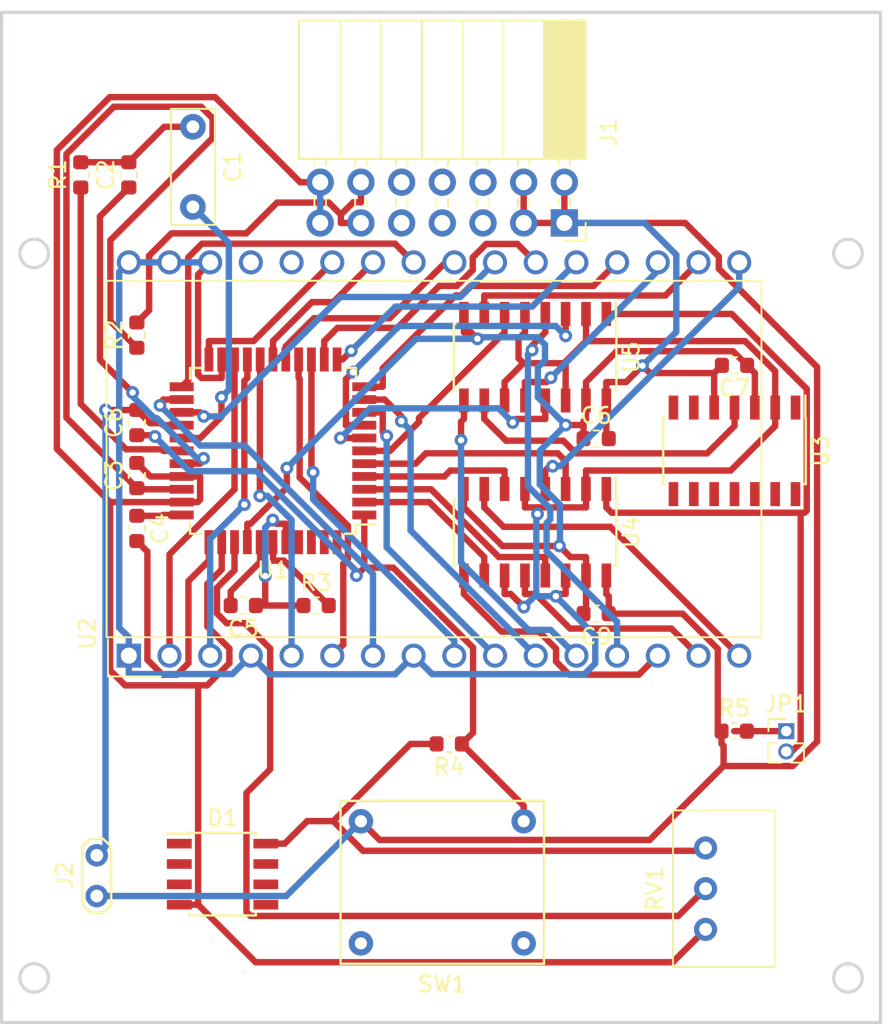
<source format=kicad_pcb>
(kicad_pcb (version 20171130) (host pcbnew "(5.0.0)")

  (general
    (thickness 1.6)
    (drawings 8)
    (tracks 515)
    (zones 0)
    (modules 25)
    (nets 54)
  )

  (page A4)
  (layers
    (0 F.Cu signal)
    (31 B.Cu signal)
    (32 B.Adhes user)
    (33 F.Adhes user)
    (34 B.Paste user)
    (35 F.Paste user)
    (36 B.SilkS user)
    (37 F.SilkS user)
    (38 B.Mask user)
    (39 F.Mask user)
    (40 Dwgs.User user)
    (41 Cmts.User user)
    (42 Eco1.User user)
    (43 Eco2.User user)
    (44 Edge.Cuts user)
    (45 Margin user)
    (46 B.CrtYd user)
    (47 F.CrtYd user)
    (48 B.Fab user)
    (49 F.Fab user)
  )

  (setup
    (last_trace_width 0.4)
    (trace_clearance 0.2)
    (zone_clearance 0.508)
    (zone_45_only no)
    (trace_min 0.2)
    (segment_width 0.2)
    (edge_width 0.2)
    (via_size 0.8)
    (via_drill 0.4)
    (via_min_size 0.4)
    (via_min_drill 0.3)
    (uvia_size 0.3)
    (uvia_drill 0.1)
    (uvias_allowed no)
    (uvia_min_size 0.2)
    (uvia_min_drill 0.1)
    (pcb_text_width 0.3)
    (pcb_text_size 1.5 1.5)
    (mod_edge_width 0.15)
    (mod_text_size 1 1)
    (mod_text_width 0.15)
    (pad_size 1.78 1.78)
    (pad_drill 1.78)
    (pad_to_mask_clearance 0.2)
    (aux_axis_origin 0 0)
    (visible_elements 7FFFFFFF)
    (pcbplotparams
      (layerselection 0x010fc_ffffffff)
      (usegerberextensions false)
      (usegerberattributes false)
      (usegerberadvancedattributes false)
      (creategerberjobfile false)
      (excludeedgelayer true)
      (linewidth 0.100000)
      (plotframeref false)
      (viasonmask false)
      (mode 1)
      (useauxorigin false)
      (hpglpennumber 1)
      (hpglpenspeed 20)
      (hpglpendiameter 15.000000)
      (psnegative false)
      (psa4output false)
      (plotreference true)
      (plotvalue true)
      (plotinvisibletext false)
      (padsonsilk false)
      (subtractmaskfromsilk false)
      (outputformat 1)
      (mirror false)
      (drillshape 1)
      (scaleselection 1)
      (outputdirectory ""))
  )

  (net 0 "")
  (net 1 GND)
  (net 2 "Net-(C1-Pad2)")
  (net 3 "Net-(R1-Pad1)")
  (net 4 "Net-(C2-Pad1)")
  (net 5 /ACOM)
  (net 6 "Net-(C3-Pad1)")
  (net 7 "Net-(C4-Pad1)")
  (net 8 "Net-(C4-Pad2)")
  (net 9 "Net-(RV1-Pad2)")
  (net 10 "Net-(C5-Pad2)")
  (net 11 "Net-(R3-Pad2)")
  (net 12 "Net-(C5-Pad1)")
  (net 13 "Net-(C1-Pad1)")
  (net 14 "Net-(D1-Pad8)")
  (net 15 /LCD_-)
  (net 16 /LCD_2E)
  (net 17 /LCD_2F)
  (net 18 /LCD_2B)
  (net 19 /LCD_2D)
  (net 20 /LCD_3E)
  (net 21 /LCD_3F)
  (net 22 /LCD_3A)
  (net 23 /LCD_3B)
  (net 24 /LCD_3C)
  (net 25 /LCD_3D)
  (net 26 /LCD_3G)
  (net 27 /LCD_2C)
  (net 28 /LCD_2A)
  (net 29 /LCD_2G)
  (net 30 /LCD_BP)
  (net 31 /LCD_DP3)
  (net 32 /LCD_1BC)
  (net 33 /LCD_1E)
  (net 34 /LCD_1F)
  (net 35 /LCD_1B)
  (net 36 /LCD_1D)
  (net 37 /LCD_1C)
  (net 38 /LCD_1A)
  (net 39 /LCD_1G)
  (net 40 "Net-(J1-Pad11)")
  (net 41 /MUX_3E)
  (net 42 /MUX_3G)
  (net 43 /MUX_3F)
  (net 44 /MUX_3A)
  (net 45 /MUX_3B)
  (net 46 /MUX_3C)
  (net 47 /MUX_3D)
  (net 48 /DIGIT3_EN)
  (net 49 "Net-(JP1-Pad1)")
  (net 50 +BATT)
  (net 51 -BATT)
  (net 52 "Net-(U3-Pad4)")
  (net 53 "Net-(C8-Pad1)")

  (net_class Default "This is the default net class."
    (clearance 0.2)
    (trace_width 0.4)
    (via_dia 0.8)
    (via_drill 0.4)
    (uvia_dia 0.3)
    (uvia_drill 0.1)
    (add_net +BATT)
    (add_net -BATT)
    (add_net /ACOM)
    (add_net /DIGIT3_EN)
    (add_net /LCD_-)
    (add_net /LCD_1A)
    (add_net /LCD_1B)
    (add_net /LCD_1BC)
    (add_net /LCD_1C)
    (add_net /LCD_1D)
    (add_net /LCD_1E)
    (add_net /LCD_1F)
    (add_net /LCD_1G)
    (add_net /LCD_2A)
    (add_net /LCD_2B)
    (add_net /LCD_2C)
    (add_net /LCD_2D)
    (add_net /LCD_2E)
    (add_net /LCD_2F)
    (add_net /LCD_2G)
    (add_net /LCD_3A)
    (add_net /LCD_3B)
    (add_net /LCD_3C)
    (add_net /LCD_3D)
    (add_net /LCD_3E)
    (add_net /LCD_3F)
    (add_net /LCD_3G)
    (add_net /LCD_BP)
    (add_net /LCD_DP3)
    (add_net /MUX_3A)
    (add_net /MUX_3B)
    (add_net /MUX_3C)
    (add_net /MUX_3D)
    (add_net /MUX_3E)
    (add_net /MUX_3F)
    (add_net /MUX_3G)
    (add_net GND)
    (add_net "Net-(C1-Pad1)")
    (add_net "Net-(C1-Pad2)")
    (add_net "Net-(C2-Pad1)")
    (add_net "Net-(C3-Pad1)")
    (add_net "Net-(C4-Pad1)")
    (add_net "Net-(C4-Pad2)")
    (add_net "Net-(C5-Pad1)")
    (add_net "Net-(C5-Pad2)")
    (add_net "Net-(C8-Pad1)")
    (add_net "Net-(D1-Pad8)")
    (add_net "Net-(J1-Pad11)")
    (add_net "Net-(JP1-Pad1)")
    (add_net "Net-(R1-Pad1)")
    (add_net "Net-(R3-Pad2)")
    (add_net "Net-(RV1-Pad2)")
    (add_net "Net-(U3-Pad4)")
  )

  (net_class Power ""
    (clearance 0.4)
    (trace_width 0.8)
    (via_dia 0.8)
    (via_drill 0.4)
    (uvia_dia 0.3)
    (uvia_drill 0.1)
  )

  (module Potentiometer_THT:Potentiometer_Bourns_3299W_Vertical (layer F.Cu) (tedit 5A3D4994) (tstamp 5BC5CB63)
    (at 116 134 90)
    (descr "Potentiometer, vertical, Bourns 3299W, https://www.bourns.com/pdfs/3299.pdf")
    (tags "Potentiometer vertical Bourns 3299W")
    (path /5BA9C325)
    (fp_text reference RV1 (at -2.54 -3.16 90) (layer F.SilkS)
      (effects (font (size 1 1) (thickness 0.15)))
    )
    (fp_text value 20k (at -2.54 5.44 90) (layer F.Fab)
      (effects (font (size 1 1) (thickness 0.15)))
    )
    (fp_circle (center 0.955 2.92) (end 2.05 2.92) (layer F.Fab) (width 0.1))
    (fp_line (start -7.305 -1.91) (end -7.305 4.19) (layer F.Fab) (width 0.1))
    (fp_line (start -7.305 4.19) (end 2.225 4.19) (layer F.Fab) (width 0.1))
    (fp_line (start 2.225 4.19) (end 2.225 -1.91) (layer F.Fab) (width 0.1))
    (fp_line (start 2.225 -1.91) (end -7.305 -1.91) (layer F.Fab) (width 0.1))
    (fp_line (start 0.955 4.005) (end 0.956 1.836) (layer F.Fab) (width 0.1))
    (fp_line (start 0.955 4.005) (end 0.956 1.836) (layer F.Fab) (width 0.1))
    (fp_line (start -7.425 -2.03) (end 2.345 -2.03) (layer F.SilkS) (width 0.12))
    (fp_line (start -7.425 4.31) (end 2.345 4.31) (layer F.SilkS) (width 0.12))
    (fp_line (start -7.425 -2.03) (end -7.425 4.31) (layer F.SilkS) (width 0.12))
    (fp_line (start 2.345 -2.03) (end 2.345 4.31) (layer F.SilkS) (width 0.12))
    (fp_line (start -7.6 -2.2) (end -7.6 4.45) (layer F.CrtYd) (width 0.05))
    (fp_line (start -7.6 4.45) (end 2.5 4.45) (layer F.CrtYd) (width 0.05))
    (fp_line (start 2.5 4.45) (end 2.5 -2.2) (layer F.CrtYd) (width 0.05))
    (fp_line (start 2.5 -2.2) (end -7.6 -2.2) (layer F.CrtYd) (width 0.05))
    (fp_text user %R (at -3.175 1.14 90) (layer F.Fab)
      (effects (font (size 1 1) (thickness 0.15)))
    )
    (pad 1 thru_hole circle (at 0 0 90) (size 1.44 1.44) (drill 0.8) (layers *.Cu *.Mask)
      (net 14 "Net-(D1-Pad8)"))
    (pad 2 thru_hole circle (at -2.54 0 90) (size 1.44 1.44) (drill 0.8) (layers *.Cu *.Mask)
      (net 9 "Net-(RV1-Pad2)"))
    (pad 3 thru_hole circle (at -5.08 0 90) (size 1.44 1.44) (drill 0.8) (layers *.Cu *.Mask)
      (net 5 /ACOM))
    (model ${KISYS3DMOD}/Potentiometer_THT.3dshapes/Potentiometer_Bourns_3299W_Vertical.wrl
      (at (xyz 0 0 0))
      (scale (xyz 1 1 1))
      (rotate (xyz 0 0 0))
    )
  )

  (module uv1:MEC_3FTH9 (layer F.Cu) (tedit 5BB53BFC) (tstamp 5BC1AB28)
    (at 99.568 136.144)
    (path /5BB556DB)
    (fp_text reference SW1 (at 0 6.35) (layer F.SilkS)
      (effects (font (size 1 1) (thickness 0.15)))
    )
    (fp_text value SW_Push (at 0 -6.35) (layer F.Fab)
      (effects (font (size 1 1) (thickness 0.15)))
    )
    (fp_line (start -6.35 5.08) (end -6.35 -5.08) (layer F.SilkS) (width 0.15))
    (fp_line (start 6.35 5.08) (end -6.35 5.08) (layer F.SilkS) (width 0.15))
    (fp_line (start 6.35 -5.08) (end 6.35 5.08) (layer F.SilkS) (width 0.15))
    (fp_line (start -6.35 -5.08) (end 6.35 -5.08) (layer F.SilkS) (width 0.15))
    (pad 4 thru_hole circle (at -5.08 3.81) (size 1.524 1.524) (drill 0.762) (layers *.Cu *.Mask))
    (pad 3 thru_hole circle (at 5.08 3.81) (size 1.524 1.524) (drill 0.762) (layers *.Cu *.Mask))
    (pad 2 thru_hole circle (at -5.08 -3.81) (size 1.524 1.524) (drill 0.762) (layers *.Cu *.Mask)
      (net 50 +BATT))
    (pad 1 thru_hole circle (at 5.08 -3.81) (size 1.524 1.524) (drill 0.762) (layers *.Cu *.Mask)
      (net 53 "Net-(C8-Pad1)"))
  )

  (module Package_SO:SOIC-8_3.9x4.9mm_P1.27mm (layer F.Cu) (tedit 5A02F2D3) (tstamp 5BB7D7F4)
    (at 85.852 135.636)
    (descr "8-Lead Plastic Small Outline (SN) - Narrow, 3.90 mm Body [SOIC] (see Microchip Packaging Specification 00000049BS.pdf)")
    (tags "SOIC 1.27")
    (path /5BB735C9)
    (attr smd)
    (fp_text reference D1 (at 0 -3.5) (layer F.SilkS)
      (effects (font (size 1 1) (thickness 0.15)))
    )
    (fp_text value LM285D-1.2 (at 0 3.5) (layer F.Fab)
      (effects (font (size 1 1) (thickness 0.15)))
    )
    (fp_line (start -2.075 -2.525) (end -3.475 -2.525) (layer F.SilkS) (width 0.15))
    (fp_line (start -2.075 2.575) (end 2.075 2.575) (layer F.SilkS) (width 0.15))
    (fp_line (start -2.075 -2.575) (end 2.075 -2.575) (layer F.SilkS) (width 0.15))
    (fp_line (start -2.075 2.575) (end -2.075 2.43) (layer F.SilkS) (width 0.15))
    (fp_line (start 2.075 2.575) (end 2.075 2.43) (layer F.SilkS) (width 0.15))
    (fp_line (start 2.075 -2.575) (end 2.075 -2.43) (layer F.SilkS) (width 0.15))
    (fp_line (start -2.075 -2.575) (end -2.075 -2.525) (layer F.SilkS) (width 0.15))
    (fp_line (start -3.73 2.7) (end 3.73 2.7) (layer F.CrtYd) (width 0.05))
    (fp_line (start -3.73 -2.7) (end 3.73 -2.7) (layer F.CrtYd) (width 0.05))
    (fp_line (start 3.73 -2.7) (end 3.73 2.7) (layer F.CrtYd) (width 0.05))
    (fp_line (start -3.73 -2.7) (end -3.73 2.7) (layer F.CrtYd) (width 0.05))
    (fp_line (start -1.95 -1.45) (end -0.95 -2.45) (layer F.Fab) (width 0.1))
    (fp_line (start -1.95 2.45) (end -1.95 -1.45) (layer F.Fab) (width 0.1))
    (fp_line (start 1.95 2.45) (end -1.95 2.45) (layer F.Fab) (width 0.1))
    (fp_line (start 1.95 -2.45) (end 1.95 2.45) (layer F.Fab) (width 0.1))
    (fp_line (start -0.95 -2.45) (end 1.95 -2.45) (layer F.Fab) (width 0.1))
    (fp_text user %R (at 0 0) (layer F.Fab)
      (effects (font (size 1 1) (thickness 0.15)))
    )
    (pad 8 smd rect (at 2.7 -1.905) (size 1.55 0.6) (layers F.Cu F.Paste F.Mask)
      (net 14 "Net-(D1-Pad8)"))
    (pad 7 smd rect (at 2.7 -0.635) (size 1.55 0.6) (layers F.Cu F.Paste F.Mask))
    (pad 6 smd rect (at 2.7 0.635) (size 1.55 0.6) (layers F.Cu F.Paste F.Mask))
    (pad 5 smd rect (at 2.7 1.905) (size 1.55 0.6) (layers F.Cu F.Paste F.Mask))
    (pad 4 smd rect (at -2.7 1.905) (size 1.55 0.6) (layers F.Cu F.Paste F.Mask)
      (net 5 /ACOM))
    (pad 3 smd rect (at -2.7 0.635) (size 1.55 0.6) (layers F.Cu F.Paste F.Mask))
    (pad 2 smd rect (at -2.7 -0.635) (size 1.55 0.6) (layers F.Cu F.Paste F.Mask))
    (pad 1 smd rect (at -2.7 -1.905) (size 1.55 0.6) (layers F.Cu F.Paste F.Mask))
    (model ${KISYS3DMOD}/Package_SO.3dshapes/SOIC-8_3.9x4.9mm_P1.27mm.wrl
      (at (xyz 0 0 0))
      (scale (xyz 1 1 1))
      (rotate (xyz 0 0 0))
    )
  )

  (module Capacitor_THT:C_Rect_L7.0mm_W2.5mm_P5.00mm (layer F.Cu) (tedit 5AE50EF0) (tstamp 5BB8665A)
    (at 84 89 270)
    (descr "C, Rect series, Radial, pin pitch=5.00mm, , length*width=7*2.5mm^2, Capacitor")
    (tags "C Rect series Radial pin pitch 5.00mm  length 7mm width 2.5mm Capacitor")
    (path /5BA9976A)
    (fp_text reference C1 (at 2.5 -2.5 270) (layer F.SilkS)
      (effects (font (size 1 1) (thickness 0.15)))
    )
    (fp_text value 0.22u (at 2.5 2.5 270) (layer F.Fab)
      (effects (font (size 1 1) (thickness 0.15)))
    )
    (fp_text user %R (at 2.5 0 270) (layer F.Fab)
      (effects (font (size 1 1) (thickness 0.15)))
    )
    (fp_line (start 6.25 -1.5) (end -1.25 -1.5) (layer F.CrtYd) (width 0.05))
    (fp_line (start 6.25 1.5) (end 6.25 -1.5) (layer F.CrtYd) (width 0.05))
    (fp_line (start -1.25 1.5) (end 6.25 1.5) (layer F.CrtYd) (width 0.05))
    (fp_line (start -1.25 -1.5) (end -1.25 1.5) (layer F.CrtYd) (width 0.05))
    (fp_line (start 6.12 -1.37) (end 6.12 1.37) (layer F.SilkS) (width 0.12))
    (fp_line (start -1.12 -1.37) (end -1.12 1.37) (layer F.SilkS) (width 0.12))
    (fp_line (start -1.12 1.37) (end 6.12 1.37) (layer F.SilkS) (width 0.12))
    (fp_line (start -1.12 -1.37) (end 6.12 -1.37) (layer F.SilkS) (width 0.12))
    (fp_line (start 6 -1.25) (end -1 -1.25) (layer F.Fab) (width 0.1))
    (fp_line (start 6 1.25) (end 6 -1.25) (layer F.Fab) (width 0.1))
    (fp_line (start -1 1.25) (end 6 1.25) (layer F.Fab) (width 0.1))
    (fp_line (start -1 -1.25) (end -1 1.25) (layer F.Fab) (width 0.1))
    (pad 2 thru_hole circle (at 5 0 270) (size 1.6 1.6) (drill 0.8) (layers *.Cu *.Mask)
      (net 2 "Net-(C1-Pad2)"))
    (pad 1 thru_hole circle (at 0 0 270) (size 1.6 1.6) (drill 0.8) (layers *.Cu *.Mask)
      (net 13 "Net-(C1-Pad1)"))
    (model ${KISYS3DMOD}/Capacitor_THT.3dshapes/C_Rect_L7.0mm_W2.5mm_P5.00mm.wrl
      (at (xyz 0 0 0))
      (scale (xyz 1 1 1))
      (rotate (xyz 0 0 0))
    )
  )

  (module uv1:DE115-RS-20 (layer F.Cu) (tedit 5BC10E78) (tstamp 5BBF4952)
    (at 80 122 90)
    (descr http://www.display-elektronik.de/filter/DE113-RS-20_635.pdf)
    (tags "3 1/5 digit LOW BAT + 7-Segment LCD")
    (path /5BBEEF2D)
    (fp_text reference U2 (at 1.38 -2.59 90) (layer F.SilkS)
      (effects (font (size 1 1) (thickness 0.15)))
    )
    (fp_text value DE115-RS-20 (at 5.08 41.91 90) (layer F.Fab)
      (effects (font (size 1 1) (thickness 0.15)))
    )
    (fp_line (start 1.27 39.37) (end 1.27 1) (layer F.Fab) (width 0.1))
    (fp_line (start 23.27 39.37) (end 1.27 39.37) (layer F.Fab) (width 0.1))
    (fp_line (start 23.27 -1.27) (end 23.27 39.37) (layer F.Fab) (width 0.1))
    (fp_line (start 3.54 -1.27) (end 23.27 -1.27) (layer F.Fab) (width 0.1))
    (fp_line (start 1.27 1) (end 3.54 -1.27) (layer F.Fab) (width 0.1))
    (fp_line (start 1.15 39.49) (end 1.15 -1.39) (layer F.SilkS) (width 0.12))
    (fp_line (start 23.39 39.49) (end 1.15 39.49) (layer F.SilkS) (width 0.12))
    (fp_line (start 23.39 -1.39) (end 23.39 39.49) (layer F.SilkS) (width 0.12))
    (fp_line (start 1.15 -1.39) (end 23.39 -1.39) (layer F.SilkS) (width 0.12))
    (fp_line (start -1 39.62) (end -1 -1.52) (layer F.CrtYd) (width 0.05))
    (fp_line (start 25.54 39.62) (end -1 39.62) (layer F.CrtYd) (width 0.05))
    (fp_line (start 25.54 -1.52) (end 25.54 39.62) (layer F.CrtYd) (width 0.05))
    (fp_line (start -1 -1.52) (end 25.54 -1.52) (layer F.CrtYd) (width 0.05))
    (fp_line (start -1.3 -1.3) (end -1.3 2) (layer F.SilkS) (width 0.12))
    (fp_text user %R (at 15.72 23.91 90) (layer F.Fab)
      (effects (font (size 1 1) (thickness 0.15)))
    )
    (fp_line (start -1.3 -1.3) (end 1 -1.3) (layer F.SilkS) (width 0.12))
    (pad 17 thru_hole circle (at 24.54 38.1 90) (size 1.5 1.5) (drill 1) (layers *.Cu *.Mask)
      (net 22 /LCD_3A))
    (pad 18 thru_hole circle (at 24.54 35.56 90) (size 1.5 1.5) (drill 1) (layers *.Cu *.Mask)
      (net 21 /LCD_3F))
    (pad 19 thru_hole circle (at 24.54 33.02 90) (size 1.5 1.5) (drill 1) (layers *.Cu *.Mask)
      (net 26 /LCD_3G))
    (pad 20 thru_hole circle (at 24.54 30.48 90) (size 1.5 1.5) (drill 1) (layers *.Cu *.Mask)
      (net 18 /LCD_2B))
    (pad 21 thru_hole circle (at 24.54 27.94 90) (size 1.5 1.5) (drill 1) (layers *.Cu *.Mask)
      (net 28 /LCD_2A))
    (pad 22 thru_hole circle (at 24.54 25.4 90) (size 1.5 1.5) (drill 1) (layers *.Cu *.Mask)
      (net 17 /LCD_2F))
    (pad 23 thru_hole circle (at 24.54 22.86 90) (size 1.5 1.5) (drill 1) (layers *.Cu *.Mask)
      (net 29 /LCD_2G))
    (pad 24 thru_hole circle (at 24.54 20.32 90) (size 1.5 1.5) (drill 1) (layers *.Cu *.Mask)
      (net 35 /LCD_1B))
    (pad 32 thru_hole circle (at 24.54 0 90) (size 1.5 1.5) (drill 1) (layers *.Cu *.Mask)
      (net 30 /LCD_BP))
    (pad 31 thru_hole circle (at 24.54 2.54 90) (size 1.5 1.5) (drill 1) (layers *.Cu *.Mask)
      (net 30 /LCD_BP))
    (pad 30 thru_hole circle (at 24.54 5.08 90) (size 1.5 1.5) (drill 1) (layers *.Cu *.Mask)
      (net 30 /LCD_BP))
    (pad 29 thru_hole circle (at 24.54 7.62 90) (size 1.5 1.5) (drill 1) (layers *.Cu *.Mask))
    (pad 28 thru_hole circle (at 24.54 10.16 90) (size 1.5 1.5) (drill 1) (layers *.Cu *.Mask))
    (pad 27 thru_hole circle (at 24.54 12.7 90) (size 1.5 1.5) (drill 1) (layers *.Cu *.Mask)
      (net 39 /LCD_1G))
    (pad 26 thru_hole circle (at 24.54 15.24 90) (size 1.5 1.5) (drill 1) (layers *.Cu *.Mask)
      (net 34 /LCD_1F))
    (pad 25 thru_hole circle (at 24.54 17.78 90) (size 1.5 1.5) (drill 1) (layers *.Cu *.Mask)
      (net 38 /LCD_1A))
    (pad 16 thru_hole circle (at 0 38.1 90) (size 1.5 1.5) (drill 1) (layers *.Cu *.Mask)
      (net 23 /LCD_3B))
    (pad 15 thru_hole circle (at 0 35.56 90) (size 1.5 1.5) (drill 1) (layers *.Cu *.Mask)
      (net 24 /LCD_3C))
    (pad 14 thru_hole circle (at 0 33.02 90) (size 1.5 1.5) (drill 1) (layers *.Cu *.Mask)
      (net 25 /LCD_3D))
    (pad 13 thru_hole circle (at 0 30.48 90) (size 1.5 1.5) (drill 1) (layers *.Cu *.Mask)
      (net 20 /LCD_3E))
    (pad 12 thru_hole circle (at 0 27.94 90) (size 1.5 1.5) (drill 1) (layers *.Cu *.Mask)
      (net 31 /LCD_DP3))
    (pad 11 thru_hole circle (at 0 25.4 90) (size 1.5 1.5) (drill 1) (layers *.Cu *.Mask)
      (net 27 /LCD_2C))
    (pad 10 thru_hole circle (at 0 22.86 90) (size 1.5 1.5) (drill 1) (layers *.Cu *.Mask)
      (net 19 /LCD_2D))
    (pad 9 thru_hole circle (at 0 20.32 90) (size 1.5 1.5) (drill 1) (layers *.Cu *.Mask)
      (net 16 /LCD_2E))
    (pad 8 thru_hole circle (at 0 17.78 90) (size 1.5 1.5) (drill 1) (layers *.Cu *.Mask)
      (net 30 /LCD_BP))
    (pad 7 thru_hole circle (at 0 15.24 90) (size 1.5 1.5) (drill 1) (layers *.Cu *.Mask)
      (net 37 /LCD_1C))
    (pad 6 thru_hole circle (at 0 12.7 90) (size 1.5 1.5) (drill 1) (layers *.Cu *.Mask)
      (net 36 /LCD_1D))
    (pad 5 thru_hole circle (at 0 10.16 90) (size 1.5 1.5) (drill 1) (layers *.Cu *.Mask)
      (net 33 /LCD_1E))
    (pad 4 thru_hole circle (at 0 7.62 90) (size 1.5 1.5) (drill 1) (layers *.Cu *.Mask)
      (net 30 /LCD_BP))
    (pad 3 thru_hole circle (at 0 5.08 90) (size 1.5 1.5) (drill 1) (layers *.Cu *.Mask)
      (net 32 /LCD_1BC))
    (pad 2 thru_hole circle (at 0 2.54 90) (size 1.5 1.5) (drill 1) (layers *.Cu *.Mask)
      (net 15 /LCD_-))
    (pad 1 thru_hole rect (at 0 0 90) (size 1.5 1.524) (drill 1) (layers *.Cu *.Mask)
      (net 30 /LCD_BP))
    (model ${KIPRJMOD}/uv1.3dshapes/DE115-RS-20.wrl
      (offset (xyz 0 0 7))
      (scale (xyz 1 1 1))
      (rotate (xyz 0 0 0))
    )
  )

  (module Connector_PinSocket_2.54mm:PinSocket_2x07_P2.54mm_Horizontal (layer F.Cu) (tedit 5A19A422) (tstamp 5BBF1B6C)
    (at 107.188 95 270)
    (descr "Through hole angled socket strip, 2x07, 2.54mm pitch, 8.51mm socket length, double cols (from Kicad 4.0.7), script generated")
    (tags "Through hole angled socket strip THT 2x07 2.54mm double row")
    (path /5BBEC155)
    (fp_text reference J1 (at -5.65 -2.77 270) (layer F.SilkS)
      (effects (font (size 1 1) (thickness 0.15)))
    )
    (fp_text value Conn_02x07_Odd_Even (at -5.334 18.034 270) (layer F.Fab)
      (effects (font (size 1 1) (thickness 0.15)))
    )
    (fp_text user %R (at -8.315 7.62) (layer F.Fab)
      (effects (font (size 1 1) (thickness 0.15)))
    )
    (fp_line (start 1.8 17.05) (end 1.8 -1.75) (layer F.CrtYd) (width 0.05))
    (fp_line (start -13.05 17.05) (end 1.8 17.05) (layer F.CrtYd) (width 0.05))
    (fp_line (start -13.05 -1.75) (end -13.05 17.05) (layer F.CrtYd) (width 0.05))
    (fp_line (start 1.8 -1.75) (end -13.05 -1.75) (layer F.CrtYd) (width 0.05))
    (fp_line (start 0 -1.33) (end 1.11 -1.33) (layer F.SilkS) (width 0.12))
    (fp_line (start 1.11 -1.33) (end 1.11 0) (layer F.SilkS) (width 0.12))
    (fp_line (start -12.63 -1.33) (end -12.63 16.57) (layer F.SilkS) (width 0.12))
    (fp_line (start -12.63 16.57) (end -4 16.57) (layer F.SilkS) (width 0.12))
    (fp_line (start -4 -1.33) (end -4 16.57) (layer F.SilkS) (width 0.12))
    (fp_line (start -12.63 -1.33) (end -4 -1.33) (layer F.SilkS) (width 0.12))
    (fp_line (start -12.63 13.97) (end -4 13.97) (layer F.SilkS) (width 0.12))
    (fp_line (start -12.63 11.43) (end -4 11.43) (layer F.SilkS) (width 0.12))
    (fp_line (start -12.63 8.89) (end -4 8.89) (layer F.SilkS) (width 0.12))
    (fp_line (start -12.63 6.35) (end -4 6.35) (layer F.SilkS) (width 0.12))
    (fp_line (start -12.63 3.81) (end -4 3.81) (layer F.SilkS) (width 0.12))
    (fp_line (start -12.63 1.27) (end -4 1.27) (layer F.SilkS) (width 0.12))
    (fp_line (start -1.49 15.6) (end -1.05 15.6) (layer F.SilkS) (width 0.12))
    (fp_line (start -4 15.6) (end -3.59 15.6) (layer F.SilkS) (width 0.12))
    (fp_line (start -1.49 14.88) (end -1.05 14.88) (layer F.SilkS) (width 0.12))
    (fp_line (start -4 14.88) (end -3.59 14.88) (layer F.SilkS) (width 0.12))
    (fp_line (start -1.49 13.06) (end -1.05 13.06) (layer F.SilkS) (width 0.12))
    (fp_line (start -4 13.06) (end -3.59 13.06) (layer F.SilkS) (width 0.12))
    (fp_line (start -1.49 12.34) (end -1.05 12.34) (layer F.SilkS) (width 0.12))
    (fp_line (start -4 12.34) (end -3.59 12.34) (layer F.SilkS) (width 0.12))
    (fp_line (start -1.49 10.52) (end -1.05 10.52) (layer F.SilkS) (width 0.12))
    (fp_line (start -4 10.52) (end -3.59 10.52) (layer F.SilkS) (width 0.12))
    (fp_line (start -1.49 9.8) (end -1.05 9.8) (layer F.SilkS) (width 0.12))
    (fp_line (start -4 9.8) (end -3.59 9.8) (layer F.SilkS) (width 0.12))
    (fp_line (start -1.49 7.98) (end -1.05 7.98) (layer F.SilkS) (width 0.12))
    (fp_line (start -4 7.98) (end -3.59 7.98) (layer F.SilkS) (width 0.12))
    (fp_line (start -1.49 7.26) (end -1.05 7.26) (layer F.SilkS) (width 0.12))
    (fp_line (start -4 7.26) (end -3.59 7.26) (layer F.SilkS) (width 0.12))
    (fp_line (start -1.49 5.44) (end -1.05 5.44) (layer F.SilkS) (width 0.12))
    (fp_line (start -4 5.44) (end -3.59 5.44) (layer F.SilkS) (width 0.12))
    (fp_line (start -1.49 4.72) (end -1.05 4.72) (layer F.SilkS) (width 0.12))
    (fp_line (start -4 4.72) (end -3.59 4.72) (layer F.SilkS) (width 0.12))
    (fp_line (start -1.49 2.9) (end -1.05 2.9) (layer F.SilkS) (width 0.12))
    (fp_line (start -4 2.9) (end -3.59 2.9) (layer F.SilkS) (width 0.12))
    (fp_line (start -1.49 2.18) (end -1.05 2.18) (layer F.SilkS) (width 0.12))
    (fp_line (start -4 2.18) (end -3.59 2.18) (layer F.SilkS) (width 0.12))
    (fp_line (start -1.49 0.36) (end -1.11 0.36) (layer F.SilkS) (width 0.12))
    (fp_line (start -4 0.36) (end -3.59 0.36) (layer F.SilkS) (width 0.12))
    (fp_line (start -1.49 -0.36) (end -1.11 -0.36) (layer F.SilkS) (width 0.12))
    (fp_line (start -4 -0.36) (end -3.59 -0.36) (layer F.SilkS) (width 0.12))
    (fp_line (start -12.63 1.1519) (end -4 1.1519) (layer F.SilkS) (width 0.12))
    (fp_line (start -12.63 1.033805) (end -4 1.033805) (layer F.SilkS) (width 0.12))
    (fp_line (start -12.63 0.91571) (end -4 0.91571) (layer F.SilkS) (width 0.12))
    (fp_line (start -12.63 0.797615) (end -4 0.797615) (layer F.SilkS) (width 0.12))
    (fp_line (start -12.63 0.67952) (end -4 0.67952) (layer F.SilkS) (width 0.12))
    (fp_line (start -12.63 0.561425) (end -4 0.561425) (layer F.SilkS) (width 0.12))
    (fp_line (start -12.63 0.44333) (end -4 0.44333) (layer F.SilkS) (width 0.12))
    (fp_line (start -12.63 0.325235) (end -4 0.325235) (layer F.SilkS) (width 0.12))
    (fp_line (start -12.63 0.20714) (end -4 0.20714) (layer F.SilkS) (width 0.12))
    (fp_line (start -12.63 0.089045) (end -4 0.089045) (layer F.SilkS) (width 0.12))
    (fp_line (start -12.63 -0.02905) (end -4 -0.02905) (layer F.SilkS) (width 0.12))
    (fp_line (start -12.63 -0.147145) (end -4 -0.147145) (layer F.SilkS) (width 0.12))
    (fp_line (start -12.63 -0.26524) (end -4 -0.26524) (layer F.SilkS) (width 0.12))
    (fp_line (start -12.63 -0.383335) (end -4 -0.383335) (layer F.SilkS) (width 0.12))
    (fp_line (start -12.63 -0.50143) (end -4 -0.50143) (layer F.SilkS) (width 0.12))
    (fp_line (start -12.63 -0.619525) (end -4 -0.619525) (layer F.SilkS) (width 0.12))
    (fp_line (start -12.63 -0.73762) (end -4 -0.73762) (layer F.SilkS) (width 0.12))
    (fp_line (start -12.63 -0.855715) (end -4 -0.855715) (layer F.SilkS) (width 0.12))
    (fp_line (start -12.63 -0.97381) (end -4 -0.97381) (layer F.SilkS) (width 0.12))
    (fp_line (start -12.63 -1.091905) (end -4 -1.091905) (layer F.SilkS) (width 0.12))
    (fp_line (start -12.63 -1.21) (end -4 -1.21) (layer F.SilkS) (width 0.12))
    (fp_line (start 0 15.54) (end 0 14.94) (layer F.Fab) (width 0.1))
    (fp_line (start -4.06 15.54) (end 0 15.54) (layer F.Fab) (width 0.1))
    (fp_line (start 0 14.94) (end -4.06 14.94) (layer F.Fab) (width 0.1))
    (fp_line (start 0 13) (end 0 12.4) (layer F.Fab) (width 0.1))
    (fp_line (start -4.06 13) (end 0 13) (layer F.Fab) (width 0.1))
    (fp_line (start 0 12.4) (end -4.06 12.4) (layer F.Fab) (width 0.1))
    (fp_line (start 0 10.46) (end 0 9.86) (layer F.Fab) (width 0.1))
    (fp_line (start -4.06 10.46) (end 0 10.46) (layer F.Fab) (width 0.1))
    (fp_line (start 0 9.86) (end -4.06 9.86) (layer F.Fab) (width 0.1))
    (fp_line (start 0 7.92) (end 0 7.32) (layer F.Fab) (width 0.1))
    (fp_line (start -4.06 7.92) (end 0 7.92) (layer F.Fab) (width 0.1))
    (fp_line (start 0 7.32) (end -4.06 7.32) (layer F.Fab) (width 0.1))
    (fp_line (start 0 5.38) (end 0 4.78) (layer F.Fab) (width 0.1))
    (fp_line (start -4.06 5.38) (end 0 5.38) (layer F.Fab) (width 0.1))
    (fp_line (start 0 4.78) (end -4.06 4.78) (layer F.Fab) (width 0.1))
    (fp_line (start 0 2.84) (end 0 2.24) (layer F.Fab) (width 0.1))
    (fp_line (start -4.06 2.84) (end 0 2.84) (layer F.Fab) (width 0.1))
    (fp_line (start 0 2.24) (end -4.06 2.24) (layer F.Fab) (width 0.1))
    (fp_line (start 0 0.3) (end 0 -0.3) (layer F.Fab) (width 0.1))
    (fp_line (start -4.06 0.3) (end 0 0.3) (layer F.Fab) (width 0.1))
    (fp_line (start 0 -0.3) (end -4.06 -0.3) (layer F.Fab) (width 0.1))
    (fp_line (start -12.57 16.51) (end -12.57 -1.27) (layer F.Fab) (width 0.1))
    (fp_line (start -4.06 16.51) (end -12.57 16.51) (layer F.Fab) (width 0.1))
    (fp_line (start -4.06 -0.3) (end -4.06 16.51) (layer F.Fab) (width 0.1))
    (fp_line (start -5.03 -1.27) (end -4.06 -0.3) (layer F.Fab) (width 0.1))
    (fp_line (start -12.57 -1.27) (end -5.03 -1.27) (layer F.Fab) (width 0.1))
    (pad 14 thru_hole oval (at -2.54 15.24 270) (size 1.7 1.7) (drill 1) (layers *.Cu *.Mask)
      (net 5 /ACOM))
    (pad 13 thru_hole oval (at 0 15.24 270) (size 1.7 1.7) (drill 1) (layers *.Cu *.Mask)
      (net 5 /ACOM))
    (pad 12 thru_hole oval (at -2.54 12.7 270) (size 1.7 1.7) (drill 1) (layers *.Cu *.Mask)
      (net 40 "Net-(J1-Pad11)"))
    (pad 11 thru_hole oval (at 0 12.7 270) (size 1.7 1.7) (drill 1) (layers *.Cu *.Mask)
      (net 40 "Net-(J1-Pad11)"))
    (pad 10 thru_hole oval (at -2.54 10.16 270) (size 1.7 1.7) (drill 1) (layers *.Cu *.Mask))
    (pad 9 thru_hole oval (at 0 10.16 270) (size 1.7 1.7) (drill 1) (layers *.Cu *.Mask))
    (pad 8 thru_hole oval (at -2.54 7.62 270) (size 1.7 1.7) (drill 1) (layers *.Cu *.Mask))
    (pad 7 thru_hole oval (at 0 7.62 270) (size 1.7 1.7) (drill 1) (layers *.Cu *.Mask))
    (pad 6 thru_hole oval (at -2.54 5.08 270) (size 1.7 1.7) (drill 1) (layers *.Cu *.Mask))
    (pad 5 thru_hole oval (at 0 5.08 270) (size 1.7 1.7) (drill 1) (layers *.Cu *.Mask))
    (pad 4 thru_hole oval (at -2.54 2.54 270) (size 1.7 1.7) (drill 1) (layers *.Cu *.Mask)
      (net 50 +BATT))
    (pad 3 thru_hole oval (at 0 2.54 270) (size 1.7 1.7) (drill 1) (layers *.Cu *.Mask)
      (net 50 +BATT))
    (pad 2 thru_hole oval (at -2.54 0 270) (size 1.7 1.7) (drill 1) (layers *.Cu *.Mask)
      (net 50 +BATT))
    (pad 1 thru_hole rect (at 0 0 270) (size 1.7 1.7) (drill 1) (layers *.Cu *.Mask)
      (net 50 +BATT))
    (model ${KISYS3DMOD}/Connector_PinSocket_2.54mm.3dshapes/PinSocket_2x07_P2.54mm_Horizontal.wrl
      (at (xyz 0 0 0))
      (scale (xyz 1 1 1))
      (rotate (xyz 0 0 0))
    )
  )

  (module Connector_PinHeader_1.27mm:PinHeader_1x02_P1.27mm_Vertical (layer F.Cu) (tedit 59FED6E3) (tstamp 5BDA0655)
    (at 121.037 126.711)
    (descr "Through hole straight pin header, 1x02, 1.27mm pitch, single row")
    (tags "Through hole pin header THT 1x02 1.27mm single row")
    (path /5BD6133B)
    (fp_text reference JP1 (at 0 -1.695) (layer F.SilkS)
      (effects (font (size 1 1) (thickness 0.15)))
    )
    (fp_text value Jumper_NO_Small (at 0 2.965) (layer F.Fab)
      (effects (font (size 1 1) (thickness 0.15)))
    )
    (fp_text user %R (at 0 0.635 90) (layer F.Fab)
      (effects (font (size 1 1) (thickness 0.15)))
    )
    (fp_line (start 1.55 -1.15) (end -1.55 -1.15) (layer F.CrtYd) (width 0.05))
    (fp_line (start 1.55 2.45) (end 1.55 -1.15) (layer F.CrtYd) (width 0.05))
    (fp_line (start -1.55 2.45) (end 1.55 2.45) (layer F.CrtYd) (width 0.05))
    (fp_line (start -1.55 -1.15) (end -1.55 2.45) (layer F.CrtYd) (width 0.05))
    (fp_line (start -1.11 -0.76) (end 0 -0.76) (layer F.SilkS) (width 0.12))
    (fp_line (start -1.11 0) (end -1.11 -0.76) (layer F.SilkS) (width 0.12))
    (fp_line (start 0.563471 0.76) (end 1.11 0.76) (layer F.SilkS) (width 0.12))
    (fp_line (start -1.11 0.76) (end -0.563471 0.76) (layer F.SilkS) (width 0.12))
    (fp_line (start 1.11 0.76) (end 1.11 1.965) (layer F.SilkS) (width 0.12))
    (fp_line (start -1.11 0.76) (end -1.11 1.965) (layer F.SilkS) (width 0.12))
    (fp_line (start 0.30753 1.965) (end 1.11 1.965) (layer F.SilkS) (width 0.12))
    (fp_line (start -1.11 1.965) (end -0.30753 1.965) (layer F.SilkS) (width 0.12))
    (fp_line (start -1.05 -0.11) (end -0.525 -0.635) (layer F.Fab) (width 0.1))
    (fp_line (start -1.05 1.905) (end -1.05 -0.11) (layer F.Fab) (width 0.1))
    (fp_line (start 1.05 1.905) (end -1.05 1.905) (layer F.Fab) (width 0.1))
    (fp_line (start 1.05 -0.635) (end 1.05 1.905) (layer F.Fab) (width 0.1))
    (fp_line (start -0.525 -0.635) (end 1.05 -0.635) (layer F.Fab) (width 0.1))
    (pad 2 thru_hole oval (at 0 1.27) (size 1 1) (drill 0.65) (layers *.Cu *.Mask)
      (net 48 /DIGIT3_EN))
    (pad 1 thru_hole rect (at 0 0) (size 1 1) (drill 0.65) (layers *.Cu *.Mask)
      (net 49 "Net-(JP1-Pad1)"))
    (model ${KISYS3DMOD}/Connector_PinHeader_1.27mm.3dshapes/PinHeader_1x02_P1.27mm_Vertical.wrl
      (at (xyz 0 0 0))
      (scale (xyz 1 1 1))
      (rotate (xyz 0 0 0))
    )
  )

  (module TestPoint:TestPoint_2Pads_Pitch2.54mm_Drill0.8mm (layer F.Cu) (tedit 5A0F774F) (tstamp 5BDBCBF8)
    (at 78 137 90)
    (descr "Test point with 2 pins, pitch 2.54mm, drill diameter 0.8mm")
    (tags "CONN DEV")
    (path /5BC17FBC)
    (attr virtual)
    (fp_text reference J2 (at 1.3 -2 90) (layer F.SilkS)
      (effects (font (size 1 1) (thickness 0.15)))
    )
    (fp_text value "-  +" (at 1.27 2 90) (layer F.Fab)
      (effects (font (size 1 1) (thickness 0.15)))
    )
    (fp_line (start -1.03 -0.4) (end -0.53 -0.9) (layer F.SilkS) (width 0.15))
    (fp_line (start -1.03 0.4) (end -1.03 -0.4) (layer F.SilkS) (width 0.15))
    (fp_line (start -0.53 0.9) (end -1.03 0.4) (layer F.SilkS) (width 0.15))
    (fp_line (start 3.07 0.9) (end -0.53 0.9) (layer F.SilkS) (width 0.15))
    (fp_line (start 3.57 0.4) (end 3.07 0.9) (layer F.SilkS) (width 0.15))
    (fp_line (start 3.57 -0.4) (end 3.57 0.4) (layer F.SilkS) (width 0.15))
    (fp_line (start 3.07 -0.9) (end 3.57 -0.4) (layer F.SilkS) (width 0.15))
    (fp_line (start -0.53 -0.9) (end 3.07 -0.9) (layer F.SilkS) (width 0.15))
    (fp_line (start -1.3 0.5) (end -0.65 1.15) (layer F.CrtYd) (width 0.05))
    (fp_line (start -1.3 -0.5) (end -1.3 0.5) (layer F.CrtYd) (width 0.05))
    (fp_line (start -0.65 -1.15) (end -1.3 -0.5) (layer F.CrtYd) (width 0.05))
    (fp_line (start 3.15 -1.15) (end -0.65 -1.15) (layer F.CrtYd) (width 0.05))
    (fp_line (start 3.8 -0.5) (end 3.15 -1.15) (layer F.CrtYd) (width 0.05))
    (fp_line (start 3.8 0.5) (end 3.8 -0.5) (layer F.CrtYd) (width 0.05))
    (fp_line (start 3.15 1.15) (end 3.8 0.5) (layer F.CrtYd) (width 0.05))
    (fp_line (start -0.65 1.15) (end 3.15 1.15) (layer F.CrtYd) (width 0.05))
    (fp_text user %R (at 1.3 -2 90) (layer F.Fab)
      (effects (font (size 1 1) (thickness 0.15)))
    )
    (pad 2 thru_hole circle (at 2.54 0 90) (size 1.4 1.4) (drill 0.8) (layers *.Cu *.Mask)
      (net 51 -BATT))
    (pad 1 thru_hole circle (at 0 0 90) (size 1.4 1.4) (drill 0.8) (layers *.Cu *.Mask)
      (net 50 +BATT))
  )

  (module Package_QFP:TQFP-44_10x10mm_P0.8mm (layer F.Cu) (tedit 5A02F146) (tstamp 5BDC52E3)
    (at 89 109.22 180)
    (descr "44-Lead Plastic Thin Quad Flatpack (PT) - 10x10x1.0 mm Body [TQFP] (see Microchip Packaging Specification 00000049BS.pdf)")
    (tags "QFP 0.8")
    (path /5BD8FB12)
    (attr smd)
    (fp_text reference U1 (at 0 -7.45 180) (layer F.SilkS)
      (effects (font (size 1 1) (thickness 0.15)))
    )
    (fp_text value TC7106 (at 0 7.45 180) (layer F.Fab)
      (effects (font (size 1 1) (thickness 0.15)))
    )
    (fp_text user %R (at 0 0 180) (layer F.Fab)
      (effects (font (size 1 1) (thickness 0.15)))
    )
    (fp_line (start -4 -5) (end 5 -5) (layer F.Fab) (width 0.15))
    (fp_line (start 5 -5) (end 5 5) (layer F.Fab) (width 0.15))
    (fp_line (start 5 5) (end -5 5) (layer F.Fab) (width 0.15))
    (fp_line (start -5 5) (end -5 -4) (layer F.Fab) (width 0.15))
    (fp_line (start -5 -4) (end -4 -5) (layer F.Fab) (width 0.15))
    (fp_line (start -6.7 -6.7) (end -6.7 6.7) (layer F.CrtYd) (width 0.05))
    (fp_line (start 6.7 -6.7) (end 6.7 6.7) (layer F.CrtYd) (width 0.05))
    (fp_line (start -6.7 -6.7) (end 6.7 -6.7) (layer F.CrtYd) (width 0.05))
    (fp_line (start -6.7 6.7) (end 6.7 6.7) (layer F.CrtYd) (width 0.05))
    (fp_line (start -5.175 -5.175) (end -5.175 -4.6) (layer F.SilkS) (width 0.15))
    (fp_line (start 5.175 -5.175) (end 5.175 -4.5) (layer F.SilkS) (width 0.15))
    (fp_line (start 5.175 5.175) (end 5.175 4.5) (layer F.SilkS) (width 0.15))
    (fp_line (start -5.175 5.175) (end -5.175 4.5) (layer F.SilkS) (width 0.15))
    (fp_line (start -5.175 -5.175) (end -4.5 -5.175) (layer F.SilkS) (width 0.15))
    (fp_line (start -5.175 5.175) (end -4.5 5.175) (layer F.SilkS) (width 0.15))
    (fp_line (start 5.175 5.175) (end 4.5 5.175) (layer F.SilkS) (width 0.15))
    (fp_line (start 5.175 -5.175) (end 4.5 -5.175) (layer F.SilkS) (width 0.15))
    (fp_line (start -5.175 -4.6) (end -6.45 -4.6) (layer F.SilkS) (width 0.15))
    (pad 1 smd rect (at -5.7 -4 180) (size 1.5 0.55) (layers F.Cu F.Paste F.Mask)
      (net 53 "Net-(C8-Pad1)"))
    (pad 2 smd rect (at -5.7 -3.2 180) (size 1.5 0.55) (layers F.Cu F.Paste F.Mask)
      (net 47 /MUX_3D))
    (pad 3 smd rect (at -5.7 -2.4 180) (size 1.5 0.55) (layers F.Cu F.Paste F.Mask)
      (net 46 /MUX_3C))
    (pad 4 smd rect (at -5.7 -1.6 180) (size 1.5 0.55) (layers F.Cu F.Paste F.Mask)
      (net 45 /MUX_3B))
    (pad 5 smd rect (at -5.7 -0.8 180) (size 1.5 0.55) (layers F.Cu F.Paste F.Mask)
      (net 44 /MUX_3A))
    (pad 6 smd rect (at -5.7 0 180) (size 1.5 0.55) (layers F.Cu F.Paste F.Mask)
      (net 43 /MUX_3F))
    (pad 7 smd rect (at -5.7 0.8 180) (size 1.5 0.55) (layers F.Cu F.Paste F.Mask)
      (net 42 /MUX_3G))
    (pad 8 smd rect (at -5.7 1.6 180) (size 1.5 0.55) (layers F.Cu F.Paste F.Mask)
      (net 41 /MUX_3E))
    (pad 9 smd rect (at -5.7 2.4 180) (size 1.5 0.55) (layers F.Cu F.Paste F.Mask)
      (net 19 /LCD_2D))
    (pad 10 smd rect (at -5.7 3.2 180) (size 1.5 0.55) (layers F.Cu F.Paste F.Mask)
      (net 27 /LCD_2C))
    (pad 11 smd rect (at -5.7 4 180) (size 1.5 0.55) (layers F.Cu F.Paste F.Mask)
      (net 18 /LCD_2B))
    (pad 12 smd rect (at -4 5.7 270) (size 1.5 0.55) (layers F.Cu F.Paste F.Mask)
      (net 28 /LCD_2A))
    (pad 13 smd rect (at -3.2 5.7 270) (size 1.5 0.55) (layers F.Cu F.Paste F.Mask)
      (net 17 /LCD_2F))
    (pad 14 smd rect (at -2.4 5.7 270) (size 1.5 0.55) (layers F.Cu F.Paste F.Mask)
      (net 16 /LCD_2E))
    (pad 15 smd rect (at -1.6 5.7 270) (size 1.5 0.55) (layers F.Cu F.Paste F.Mask)
      (net 36 /LCD_1D))
    (pad 16 smd rect (at -0.8 5.7 270) (size 1.5 0.55) (layers F.Cu F.Paste F.Mask)
      (net 35 /LCD_1B))
    (pad 17 smd rect (at 0 5.7 270) (size 1.5 0.55) (layers F.Cu F.Paste F.Mask)
      (net 34 /LCD_1F))
    (pad 18 smd rect (at 0.8 5.7 270) (size 1.5 0.55) (layers F.Cu F.Paste F.Mask)
      (net 33 /LCD_1E))
    (pad 19 smd rect (at 1.6 5.7 270) (size 1.5 0.55) (layers F.Cu F.Paste F.Mask)
      (net 32 /LCD_1BC))
    (pad 20 smd rect (at 2.4 5.7 270) (size 1.5 0.55) (layers F.Cu F.Paste F.Mask)
      (net 15 /LCD_-))
    (pad 21 smd rect (at 3.2 5.7 270) (size 1.5 0.55) (layers F.Cu F.Paste F.Mask)
      (net 30 /LCD_BP))
    (pad 22 smd rect (at 4 5.7 270) (size 1.5 0.55) (layers F.Cu F.Paste F.Mask)
      (net 39 /LCD_1G))
    (pad 23 smd rect (at 5.7 4 180) (size 1.5 0.55) (layers F.Cu F.Paste F.Mask)
      (net 38 /LCD_1A))
    (pad 24 smd rect (at 5.7 3.2 180) (size 1.5 0.55) (layers F.Cu F.Paste F.Mask)
      (net 37 /LCD_1C))
    (pad 25 smd rect (at 5.7 2.4 180) (size 1.5 0.55) (layers F.Cu F.Paste F.Mask)
      (net 29 /LCD_2G))
    (pad 26 smd rect (at 5.7 1.6 180) (size 1.5 0.55) (layers F.Cu F.Paste F.Mask)
      (net 51 -BATT))
    (pad 27 smd rect (at 5.7 0.8 180) (size 1.5 0.55) (layers F.Cu F.Paste F.Mask)
      (net 2 "Net-(C1-Pad2)"))
    (pad 28 smd rect (at 5.7 0 180) (size 1.5 0.55) (layers F.Cu F.Paste F.Mask)
      (net 3 "Net-(R1-Pad1)"))
    (pad 29 smd rect (at 5.7 -0.8 180) (size 1.5 0.55) (layers F.Cu F.Paste F.Mask)
      (net 4 "Net-(C2-Pad1)"))
    (pad 30 smd rect (at 5.7 -1.6 180) (size 1.5 0.55) (layers F.Cu F.Paste F.Mask)
      (net 5 /ACOM))
    (pad 31 smd rect (at 5.7 -2.4 180) (size 1.5 0.55) (layers F.Cu F.Paste F.Mask)
      (net 6 "Net-(C3-Pad1)"))
    (pad 32 smd rect (at 5.7 -3.2 180) (size 1.5 0.55) (layers F.Cu F.Paste F.Mask)
      (net 5 /ACOM))
    (pad 33 smd rect (at 5.7 -4 180) (size 1.5 0.55) (layers F.Cu F.Paste F.Mask)
      (net 7 "Net-(C4-Pad1)"))
    (pad 34 smd rect (at 4 -5.7 270) (size 1.5 0.55) (layers F.Cu F.Paste F.Mask)
      (net 8 "Net-(C4-Pad2)"))
    (pad 35 smd rect (at 3.2 -5.7 270) (size 1.5 0.55) (layers F.Cu F.Paste F.Mask)
      (net 5 /ACOM))
    (pad 36 smd rect (at 2.4 -5.7 270) (size 1.5 0.55) (layers F.Cu F.Paste F.Mask)
      (net 9 "Net-(RV1-Pad2)"))
    (pad 37 smd rect (at 1.6 -5.7 270) (size 1.5 0.55) (layers F.Cu F.Paste F.Mask)
      (net 1 GND))
    (pad 38 smd rect (at 0.8 -5.7 270) (size 1.5 0.55) (layers F.Cu F.Paste F.Mask)
      (net 10 "Net-(C5-Pad2)"))
    (pad 39 smd rect (at 0 -5.7 270) (size 1.5 0.55) (layers F.Cu F.Paste F.Mask)
      (net 11 "Net-(R3-Pad2)"))
    (pad 40 smd rect (at -0.8 -5.7 270) (size 1.5 0.55) (layers F.Cu F.Paste F.Mask)
      (net 12 "Net-(C5-Pad1)"))
    (pad 41 smd rect (at -1.6 -5.7 270) (size 1.5 0.55) (layers F.Cu F.Paste F.Mask))
    (pad 42 smd rect (at -2.4 -5.7 270) (size 1.5 0.55) (layers F.Cu F.Paste F.Mask))
    (pad 43 smd rect (at -3.2 -5.7 270) (size 1.5 0.55) (layers F.Cu F.Paste F.Mask))
    (pad 44 smd rect (at -4 -5.7 270) (size 1.5 0.55) (layers F.Cu F.Paste F.Mask))
    (model ${KISYS3DMOD}/Package_QFP.3dshapes/TQFP-44_10x10mm_P0.8mm.wrl
      (at (xyz 0 0 0))
      (scale (xyz 1 1 1))
      (rotate (xyz 0 0 0))
    )
  )

  (module Package_SO:SOIC-14_3.9x8.7mm_P1.27mm (layer F.Cu) (tedit 5A02F2D3) (tstamp 5BF51572)
    (at 117.808 109.22 270)
    (descr "14-Lead Plastic Small Outline (SL) - Narrow, 3.90 mm Body [SOIC] (see Microchip Packaging Specification 00000049BS.pdf)")
    (tags "SOIC 1.27")
    (path /5BCF3C81)
    (attr smd)
    (fp_text reference U3 (at 0 -5.375 270) (layer F.SilkS)
      (effects (font (size 1 1) (thickness 0.15)))
    )
    (fp_text value 74AHC1G04 (at 0 5.375 270) (layer F.Fab)
      (effects (font (size 1 1) (thickness 0.15)))
    )
    (fp_text user %R (at 0 0 270) (layer F.Fab)
      (effects (font (size 0.9 0.9) (thickness 0.135)))
    )
    (fp_line (start -0.95 -4.35) (end 1.95 -4.35) (layer F.Fab) (width 0.15))
    (fp_line (start 1.95 -4.35) (end 1.95 4.35) (layer F.Fab) (width 0.15))
    (fp_line (start 1.95 4.35) (end -1.95 4.35) (layer F.Fab) (width 0.15))
    (fp_line (start -1.95 4.35) (end -1.95 -3.35) (layer F.Fab) (width 0.15))
    (fp_line (start -1.95 -3.35) (end -0.95 -4.35) (layer F.Fab) (width 0.15))
    (fp_line (start -3.7 -4.65) (end -3.7 4.65) (layer F.CrtYd) (width 0.05))
    (fp_line (start 3.7 -4.65) (end 3.7 4.65) (layer F.CrtYd) (width 0.05))
    (fp_line (start -3.7 -4.65) (end 3.7 -4.65) (layer F.CrtYd) (width 0.05))
    (fp_line (start -3.7 4.65) (end 3.7 4.65) (layer F.CrtYd) (width 0.05))
    (fp_line (start -2.075 -4.45) (end -2.075 -4.425) (layer F.SilkS) (width 0.15))
    (fp_line (start 2.075 -4.45) (end 2.075 -4.335) (layer F.SilkS) (width 0.15))
    (fp_line (start 2.075 4.45) (end 2.075 4.335) (layer F.SilkS) (width 0.15))
    (fp_line (start -2.075 4.45) (end -2.075 4.335) (layer F.SilkS) (width 0.15))
    (fp_line (start -2.075 -4.45) (end 2.075 -4.45) (layer F.SilkS) (width 0.15))
    (fp_line (start -2.075 4.45) (end 2.075 4.45) (layer F.SilkS) (width 0.15))
    (fp_line (start -2.075 -4.425) (end -3.45 -4.425) (layer F.SilkS) (width 0.15))
    (pad 1 smd rect (at -2.7 -3.81 270) (size 1.5 0.6) (layers F.Cu F.Paste F.Mask))
    (pad 2 smd rect (at -2.7 -2.54 270) (size 1.5 0.6) (layers F.Cu F.Paste F.Mask)
      (net 30 /LCD_BP))
    (pad 3 smd rect (at -2.7 -1.27 270) (size 1.5 0.6) (layers F.Cu F.Paste F.Mask)
      (net 1 GND))
    (pad 4 smd rect (at -2.7 0 270) (size 1.5 0.6) (layers F.Cu F.Paste F.Mask)
      (net 52 "Net-(U3-Pad4)"))
    (pad 5 smd rect (at -2.7 1.27 270) (size 1.5 0.6) (layers F.Cu F.Paste F.Mask)
      (net 50 +BATT))
    (pad 6 smd rect (at -2.7 2.54 270) (size 1.5 0.6) (layers F.Cu F.Paste F.Mask))
    (pad 7 smd rect (at -2.7 3.81 270) (size 1.5 0.6) (layers F.Cu F.Paste F.Mask))
    (pad 8 smd rect (at 2.7 3.81 270) (size 1.5 0.6) (layers F.Cu F.Paste F.Mask))
    (pad 9 smd rect (at 2.7 2.54 270) (size 1.5 0.6) (layers F.Cu F.Paste F.Mask))
    (pad 10 smd rect (at 2.7 1.27 270) (size 1.5 0.6) (layers F.Cu F.Paste F.Mask))
    (pad 11 smd rect (at 2.7 0 270) (size 1.5 0.6) (layers F.Cu F.Paste F.Mask))
    (pad 12 smd rect (at 2.7 -1.27 270) (size 1.5 0.6) (layers F.Cu F.Paste F.Mask))
    (pad 13 smd rect (at 2.7 -2.54 270) (size 1.5 0.6) (layers F.Cu F.Paste F.Mask))
    (pad 14 smd rect (at 2.7 -3.81 270) (size 1.5 0.6) (layers F.Cu F.Paste F.Mask))
    (model ${KISYS3DMOD}/Package_SO.3dshapes/SOIC-14_3.9x8.7mm_P1.27mm.wrl
      (at (xyz 0 0 0))
      (scale (xyz 1 1 1))
      (rotate (xyz 0 0 0))
    )
  )

  (module Package_SO:SOIC-16_3.9x9.9mm_P1.27mm (layer F.Cu) (tedit 5A02F2D3) (tstamp 5BF51594)
    (at 105.362 114.3 270)
    (descr "16-Lead Plastic Small Outline (SL) - Narrow, 3.90 mm Body [SOIC] (see Microchip Packaging Specification 00000049BS.pdf)")
    (tags "SOIC 1.27")
    (path /5BC0D89B)
    (attr smd)
    (fp_text reference U4 (at 0 -6 270) (layer F.SilkS)
      (effects (font (size 1 1) (thickness 0.15)))
    )
    (fp_text value 74HC157 (at 0 6 270) (layer F.Fab)
      (effects (font (size 1 1) (thickness 0.15)))
    )
    (fp_text user %R (at 0 0 270) (layer F.Fab)
      (effects (font (size 0.9 0.9) (thickness 0.135)))
    )
    (fp_line (start -0.95 -4.95) (end 1.95 -4.95) (layer F.Fab) (width 0.15))
    (fp_line (start 1.95 -4.95) (end 1.95 4.95) (layer F.Fab) (width 0.15))
    (fp_line (start 1.95 4.95) (end -1.95 4.95) (layer F.Fab) (width 0.15))
    (fp_line (start -1.95 4.95) (end -1.95 -3.95) (layer F.Fab) (width 0.15))
    (fp_line (start -1.95 -3.95) (end -0.95 -4.95) (layer F.Fab) (width 0.15))
    (fp_line (start -3.7 -5.25) (end -3.7 5.25) (layer F.CrtYd) (width 0.05))
    (fp_line (start 3.7 -5.25) (end 3.7 5.25) (layer F.CrtYd) (width 0.05))
    (fp_line (start -3.7 -5.25) (end 3.7 -5.25) (layer F.CrtYd) (width 0.05))
    (fp_line (start -3.7 5.25) (end 3.7 5.25) (layer F.CrtYd) (width 0.05))
    (fp_line (start -2.075 -5.075) (end -2.075 -5.05) (layer F.SilkS) (width 0.15))
    (fp_line (start 2.075 -5.075) (end 2.075 -4.97) (layer F.SilkS) (width 0.15))
    (fp_line (start 2.075 5.075) (end 2.075 4.97) (layer F.SilkS) (width 0.15))
    (fp_line (start -2.075 5.075) (end -2.075 4.97) (layer F.SilkS) (width 0.15))
    (fp_line (start -2.075 -5.075) (end 2.075 -5.075) (layer F.SilkS) (width 0.15))
    (fp_line (start -2.075 5.075) (end 2.075 5.075) (layer F.SilkS) (width 0.15))
    (fp_line (start -2.075 -5.05) (end -3.45 -5.05) (layer F.SilkS) (width 0.15))
    (pad 1 smd rect (at -2.7 -4.445 270) (size 1.5 0.6) (layers F.Cu F.Paste F.Mask)
      (net 48 /DIGIT3_EN))
    (pad 2 smd rect (at -2.7 -3.175 270) (size 1.5 0.6) (layers F.Cu F.Paste F.Mask)
      (net 30 /LCD_BP))
    (pad 3 smd rect (at -2.7 -1.905 270) (size 1.5 0.6) (layers F.Cu F.Paste F.Mask)
      (net 44 /MUX_3A))
    (pad 4 smd rect (at -2.7 -0.635 270) (size 1.5 0.6) (layers F.Cu F.Paste F.Mask)
      (net 22 /LCD_3A))
    (pad 5 smd rect (at -2.7 0.635 270) (size 1.5 0.6) (layers F.Cu F.Paste F.Mask)
      (net 30 /LCD_BP))
    (pad 6 smd rect (at -2.7 1.905 270) (size 1.5 0.6) (layers F.Cu F.Paste F.Mask)
      (net 45 /MUX_3B))
    (pad 7 smd rect (at -2.7 3.175 270) (size 1.5 0.6) (layers F.Cu F.Paste F.Mask)
      (net 23 /LCD_3B))
    (pad 8 smd rect (at -2.7 4.445 270) (size 1.5 0.6) (layers F.Cu F.Paste F.Mask)
      (net 1 GND))
    (pad 9 smd rect (at 2.7 4.445 270) (size 1.5 0.6) (layers F.Cu F.Paste F.Mask)
      (net 25 /LCD_3D))
    (pad 10 smd rect (at 2.7 3.175 270) (size 1.5 0.6) (layers F.Cu F.Paste F.Mask)
      (net 47 /MUX_3D))
    (pad 11 smd rect (at 2.7 1.905 270) (size 1.5 0.6) (layers F.Cu F.Paste F.Mask)
      (net 30 /LCD_BP))
    (pad 12 smd rect (at 2.7 0.635 270) (size 1.5 0.6) (layers F.Cu F.Paste F.Mask)
      (net 24 /LCD_3C))
    (pad 13 smd rect (at 2.7 -0.635 270) (size 1.5 0.6) (layers F.Cu F.Paste F.Mask)
      (net 46 /MUX_3C))
    (pad 14 smd rect (at 2.7 -1.905 270) (size 1.5 0.6) (layers F.Cu F.Paste F.Mask)
      (net 30 /LCD_BP))
    (pad 15 smd rect (at 2.7 -3.175 270) (size 1.5 0.6) (layers F.Cu F.Paste F.Mask)
      (net 1 GND))
    (pad 16 smd rect (at 2.7 -4.445 270) (size 1.5 0.6) (layers F.Cu F.Paste F.Mask)
      (net 50 +BATT))
    (model ${KISYS3DMOD}/Package_SO.3dshapes/SOIC-16_3.9x9.9mm_P1.27mm.wrl
      (at (xyz 0 0 0))
      (scale (xyz 1 1 1))
      (rotate (xyz 0 0 0))
    )
  )

  (module Package_SO:SOIC-16_3.9x9.9mm_P1.27mm (layer F.Cu) (tedit 5A02F2D3) (tstamp 5BF515B8)
    (at 105.362 103.378 270)
    (descr "16-Lead Plastic Small Outline (SL) - Narrow, 3.90 mm Body [SOIC] (see Microchip Packaging Specification 00000049BS.pdf)")
    (tags "SOIC 1.27")
    (path /5BC0D973)
    (attr smd)
    (fp_text reference U5 (at 0 -6 270) (layer F.SilkS)
      (effects (font (size 1 1) (thickness 0.15)))
    )
    (fp_text value 74HC157 (at 0 6 270) (layer F.Fab)
      (effects (font (size 1 1) (thickness 0.15)))
    )
    (fp_line (start -2.075 -5.05) (end -3.45 -5.05) (layer F.SilkS) (width 0.15))
    (fp_line (start -2.075 5.075) (end 2.075 5.075) (layer F.SilkS) (width 0.15))
    (fp_line (start -2.075 -5.075) (end 2.075 -5.075) (layer F.SilkS) (width 0.15))
    (fp_line (start -2.075 5.075) (end -2.075 4.97) (layer F.SilkS) (width 0.15))
    (fp_line (start 2.075 5.075) (end 2.075 4.97) (layer F.SilkS) (width 0.15))
    (fp_line (start 2.075 -5.075) (end 2.075 -4.97) (layer F.SilkS) (width 0.15))
    (fp_line (start -2.075 -5.075) (end -2.075 -5.05) (layer F.SilkS) (width 0.15))
    (fp_line (start -3.7 5.25) (end 3.7 5.25) (layer F.CrtYd) (width 0.05))
    (fp_line (start -3.7 -5.25) (end 3.7 -5.25) (layer F.CrtYd) (width 0.05))
    (fp_line (start 3.7 -5.25) (end 3.7 5.25) (layer F.CrtYd) (width 0.05))
    (fp_line (start -3.7 -5.25) (end -3.7 5.25) (layer F.CrtYd) (width 0.05))
    (fp_line (start -1.95 -3.95) (end -0.95 -4.95) (layer F.Fab) (width 0.15))
    (fp_line (start -1.95 4.95) (end -1.95 -3.95) (layer F.Fab) (width 0.15))
    (fp_line (start 1.95 4.95) (end -1.95 4.95) (layer F.Fab) (width 0.15))
    (fp_line (start 1.95 -4.95) (end 1.95 4.95) (layer F.Fab) (width 0.15))
    (fp_line (start -0.95 -4.95) (end 1.95 -4.95) (layer F.Fab) (width 0.15))
    (fp_text user %R (at 0 0 270) (layer F.Fab)
      (effects (font (size 0.9 0.9) (thickness 0.135)))
    )
    (pad 16 smd rect (at 2.7 -4.445 270) (size 1.5 0.6) (layers F.Cu F.Paste F.Mask)
      (net 50 +BATT))
    (pad 15 smd rect (at 2.7 -3.175 270) (size 1.5 0.6) (layers F.Cu F.Paste F.Mask)
      (net 1 GND))
    (pad 14 smd rect (at 2.7 -1.905 270) (size 1.5 0.6) (layers F.Cu F.Paste F.Mask)
      (net 30 /LCD_BP))
    (pad 13 smd rect (at 2.7 -0.635 270) (size 1.5 0.6) (layers F.Cu F.Paste F.Mask)
      (net 42 /MUX_3G))
    (pad 12 smd rect (at 2.7 0.635 270) (size 1.5 0.6) (layers F.Cu F.Paste F.Mask)
      (net 26 /LCD_3G))
    (pad 11 smd rect (at 2.7 1.905 270) (size 1.5 0.6) (layers F.Cu F.Paste F.Mask)
      (net 30 /LCD_BP))
    (pad 10 smd rect (at 2.7 3.175 270) (size 1.5 0.6) (layers F.Cu F.Paste F.Mask)
      (net 52 "Net-(U3-Pad4)"))
    (pad 9 smd rect (at 2.7 4.445 270) (size 1.5 0.6) (layers F.Cu F.Paste F.Mask)
      (net 31 /LCD_DP3))
    (pad 8 smd rect (at -2.7 4.445 270) (size 1.5 0.6) (layers F.Cu F.Paste F.Mask)
      (net 1 GND))
    (pad 7 smd rect (at -2.7 3.175 270) (size 1.5 0.6) (layers F.Cu F.Paste F.Mask)
      (net 21 /LCD_3F))
    (pad 6 smd rect (at -2.7 1.905 270) (size 1.5 0.6) (layers F.Cu F.Paste F.Mask)
      (net 43 /MUX_3F))
    (pad 5 smd rect (at -2.7 0.635 270) (size 1.5 0.6) (layers F.Cu F.Paste F.Mask)
      (net 30 /LCD_BP))
    (pad 4 smd rect (at -2.7 -0.635 270) (size 1.5 0.6) (layers F.Cu F.Paste F.Mask)
      (net 20 /LCD_3E))
    (pad 3 smd rect (at -2.7 -1.905 270) (size 1.5 0.6) (layers F.Cu F.Paste F.Mask)
      (net 41 /MUX_3E))
    (pad 2 smd rect (at -2.7 -3.175 270) (size 1.5 0.6) (layers F.Cu F.Paste F.Mask)
      (net 30 /LCD_BP))
    (pad 1 smd rect (at -2.7 -4.445 270) (size 1.5 0.6) (layers F.Cu F.Paste F.Mask)
      (net 48 /DIGIT3_EN))
    (model ${KISYS3DMOD}/Package_SO.3dshapes/SOIC-16_3.9x9.9mm_P1.27mm.wrl
      (at (xyz 0 0 0))
      (scale (xyz 1 1 1))
      (rotate (xyz 0 0 0))
    )
  )

  (module Capacitor_SMD:C_0603_1608Metric (layer F.Cu) (tedit 5B301BBE) (tstamp 5BF516AC)
    (at 80 92 90)
    (descr "Capacitor SMD 0603 (1608 Metric), square (rectangular) end terminal, IPC_7351 nominal, (Body size source: http://www.tortai-tech.com/upload/download/2011102023233369053.pdf), generated with kicad-footprint-generator")
    (tags capacitor)
    (path /5BA99D7A)
    (attr smd)
    (fp_text reference C2 (at 0 -1.43 90) (layer F.SilkS)
      (effects (font (size 1 1) (thickness 0.15)))
    )
    (fp_text value 0.47u (at 0 1.43 90) (layer F.Fab)
      (effects (font (size 1 1) (thickness 0.15)))
    )
    (fp_line (start -0.8 0.4) (end -0.8 -0.4) (layer F.Fab) (width 0.1))
    (fp_line (start -0.8 -0.4) (end 0.8 -0.4) (layer F.Fab) (width 0.1))
    (fp_line (start 0.8 -0.4) (end 0.8 0.4) (layer F.Fab) (width 0.1))
    (fp_line (start 0.8 0.4) (end -0.8 0.4) (layer F.Fab) (width 0.1))
    (fp_line (start -0.162779 -0.51) (end 0.162779 -0.51) (layer F.SilkS) (width 0.12))
    (fp_line (start -0.162779 0.51) (end 0.162779 0.51) (layer F.SilkS) (width 0.12))
    (fp_line (start -1.48 0.73) (end -1.48 -0.73) (layer F.CrtYd) (width 0.05))
    (fp_line (start -1.48 -0.73) (end 1.48 -0.73) (layer F.CrtYd) (width 0.05))
    (fp_line (start 1.48 -0.73) (end 1.48 0.73) (layer F.CrtYd) (width 0.05))
    (fp_line (start 1.48 0.73) (end -1.48 0.73) (layer F.CrtYd) (width 0.05))
    (fp_text user %R (at 0 0 90) (layer F.Fab)
      (effects (font (size 0.4 0.4) (thickness 0.06)))
    )
    (pad 1 smd roundrect (at -0.7875 0 90) (size 0.875 0.95) (layers F.Cu F.Paste F.Mask) (roundrect_rratio 0.25)
      (net 4 "Net-(C2-Pad1)"))
    (pad 2 smd roundrect (at 0.7875 0 90) (size 0.875 0.95) (layers F.Cu F.Paste F.Mask) (roundrect_rratio 0.25)
      (net 13 "Net-(C1-Pad1)"))
    (model ${KISYS3DMOD}/Capacitor_SMD.3dshapes/C_0603_1608Metric.wrl
      (at (xyz 0 0 0))
      (scale (xyz 1 1 1))
      (rotate (xyz 0 0 0))
    )
  )

  (module Capacitor_SMD:C_0603_1608Metric (layer F.Cu) (tedit 5B301BBE) (tstamp 5BF516BC)
    (at 80.502 110.76 90)
    (descr "Capacitor SMD 0603 (1608 Metric), square (rectangular) end terminal, IPC_7351 nominal, (Body size source: http://www.tortai-tech.com/upload/download/2011102023233369053.pdf), generated with kicad-footprint-generator")
    (tags capacitor)
    (path /5BA99F03)
    (attr smd)
    (fp_text reference C3 (at 0 -1.43 90) (layer F.SilkS)
      (effects (font (size 1 1) (thickness 0.15)))
    )
    (fp_text value 0.01u (at 0 1.43 90) (layer F.Fab)
      (effects (font (size 1 1) (thickness 0.15)))
    )
    (fp_text user %R (at 0 0 90) (layer F.Fab)
      (effects (font (size 0.4 0.4) (thickness 0.06)))
    )
    (fp_line (start 1.48 0.73) (end -1.48 0.73) (layer F.CrtYd) (width 0.05))
    (fp_line (start 1.48 -0.73) (end 1.48 0.73) (layer F.CrtYd) (width 0.05))
    (fp_line (start -1.48 -0.73) (end 1.48 -0.73) (layer F.CrtYd) (width 0.05))
    (fp_line (start -1.48 0.73) (end -1.48 -0.73) (layer F.CrtYd) (width 0.05))
    (fp_line (start -0.162779 0.51) (end 0.162779 0.51) (layer F.SilkS) (width 0.12))
    (fp_line (start -0.162779 -0.51) (end 0.162779 -0.51) (layer F.SilkS) (width 0.12))
    (fp_line (start 0.8 0.4) (end -0.8 0.4) (layer F.Fab) (width 0.1))
    (fp_line (start 0.8 -0.4) (end 0.8 0.4) (layer F.Fab) (width 0.1))
    (fp_line (start -0.8 -0.4) (end 0.8 -0.4) (layer F.Fab) (width 0.1))
    (fp_line (start -0.8 0.4) (end -0.8 -0.4) (layer F.Fab) (width 0.1))
    (pad 2 smd roundrect (at 0.7875 0 90) (size 0.875 0.95) (layers F.Cu F.Paste F.Mask) (roundrect_rratio 0.25)
      (net 5 /ACOM))
    (pad 1 smd roundrect (at -0.7875 0 90) (size 0.875 0.95) (layers F.Cu F.Paste F.Mask) (roundrect_rratio 0.25)
      (net 6 "Net-(C3-Pad1)"))
    (model ${KISYS3DMOD}/Capacitor_SMD.3dshapes/C_0603_1608Metric.wrl
      (at (xyz 0 0 0))
      (scale (xyz 1 1 1))
      (rotate (xyz 0 0 0))
    )
  )

  (module Capacitor_SMD:C_0603_1608Metric (layer F.Cu) (tedit 5B301BBE) (tstamp 5BF516CC)
    (at 80.502 114.062 270)
    (descr "Capacitor SMD 0603 (1608 Metric), square (rectangular) end terminal, IPC_7351 nominal, (Body size source: http://www.tortai-tech.com/upload/download/2011102023233369053.pdf), generated with kicad-footprint-generator")
    (tags capacitor)
    (path /5BA993FF)
    (attr smd)
    (fp_text reference C4 (at 0 -1.43 270) (layer F.SilkS)
      (effects (font (size 1 1) (thickness 0.15)))
    )
    (fp_text value 0.1u (at 0 1.43 270) (layer F.Fab)
      (effects (font (size 1 1) (thickness 0.15)))
    )
    (fp_line (start -0.8 0.4) (end -0.8 -0.4) (layer F.Fab) (width 0.1))
    (fp_line (start -0.8 -0.4) (end 0.8 -0.4) (layer F.Fab) (width 0.1))
    (fp_line (start 0.8 -0.4) (end 0.8 0.4) (layer F.Fab) (width 0.1))
    (fp_line (start 0.8 0.4) (end -0.8 0.4) (layer F.Fab) (width 0.1))
    (fp_line (start -0.162779 -0.51) (end 0.162779 -0.51) (layer F.SilkS) (width 0.12))
    (fp_line (start -0.162779 0.51) (end 0.162779 0.51) (layer F.SilkS) (width 0.12))
    (fp_line (start -1.48 0.73) (end -1.48 -0.73) (layer F.CrtYd) (width 0.05))
    (fp_line (start -1.48 -0.73) (end 1.48 -0.73) (layer F.CrtYd) (width 0.05))
    (fp_line (start 1.48 -0.73) (end 1.48 0.73) (layer F.CrtYd) (width 0.05))
    (fp_line (start 1.48 0.73) (end -1.48 0.73) (layer F.CrtYd) (width 0.05))
    (fp_text user %R (at 0 0 270) (layer F.Fab)
      (effects (font (size 0.4 0.4) (thickness 0.06)))
    )
    (pad 1 smd roundrect (at -0.7875 0 270) (size 0.875 0.95) (layers F.Cu F.Paste F.Mask) (roundrect_rratio 0.25)
      (net 7 "Net-(C4-Pad1)"))
    (pad 2 smd roundrect (at 0.7875 0 270) (size 0.875 0.95) (layers F.Cu F.Paste F.Mask) (roundrect_rratio 0.25)
      (net 8 "Net-(C4-Pad2)"))
    (model ${KISYS3DMOD}/Capacitor_SMD.3dshapes/C_0603_1608Metric.wrl
      (at (xyz 0 0 0))
      (scale (xyz 1 1 1))
      (rotate (xyz 0 0 0))
    )
  )

  (module Capacitor_SMD:C_0603_1608Metric (layer F.Cu) (tedit 5B301BBE) (tstamp 5BF516DC)
    (at 87.1475 118.872 180)
    (descr "Capacitor SMD 0603 (1608 Metric), square (rectangular) end terminal, IPC_7351 nominal, (Body size source: http://www.tortai-tech.com/upload/download/2011102023233369053.pdf), generated with kicad-footprint-generator")
    (tags capacitor)
    (path /5BA996B1)
    (attr smd)
    (fp_text reference C5 (at 0 -1.43 180) (layer F.SilkS)
      (effects (font (size 1 1) (thickness 0.15)))
    )
    (fp_text value 100p (at 0 1.43 180) (layer F.Fab)
      (effects (font (size 1 1) (thickness 0.15)))
    )
    (fp_text user %R (at 0 0 180) (layer F.Fab)
      (effects (font (size 0.4 0.4) (thickness 0.06)))
    )
    (fp_line (start 1.48 0.73) (end -1.48 0.73) (layer F.CrtYd) (width 0.05))
    (fp_line (start 1.48 -0.73) (end 1.48 0.73) (layer F.CrtYd) (width 0.05))
    (fp_line (start -1.48 -0.73) (end 1.48 -0.73) (layer F.CrtYd) (width 0.05))
    (fp_line (start -1.48 0.73) (end -1.48 -0.73) (layer F.CrtYd) (width 0.05))
    (fp_line (start -0.162779 0.51) (end 0.162779 0.51) (layer F.SilkS) (width 0.12))
    (fp_line (start -0.162779 -0.51) (end 0.162779 -0.51) (layer F.SilkS) (width 0.12))
    (fp_line (start 0.8 0.4) (end -0.8 0.4) (layer F.Fab) (width 0.1))
    (fp_line (start 0.8 -0.4) (end 0.8 0.4) (layer F.Fab) (width 0.1))
    (fp_line (start -0.8 -0.4) (end 0.8 -0.4) (layer F.Fab) (width 0.1))
    (fp_line (start -0.8 0.4) (end -0.8 -0.4) (layer F.Fab) (width 0.1))
    (pad 2 smd roundrect (at 0.7875 0 180) (size 0.875 0.95) (layers F.Cu F.Paste F.Mask) (roundrect_rratio 0.25)
      (net 10 "Net-(C5-Pad2)"))
    (pad 1 smd roundrect (at -0.7875 0 180) (size 0.875 0.95) (layers F.Cu F.Paste F.Mask) (roundrect_rratio 0.25)
      (net 12 "Net-(C5-Pad1)"))
    (model ${KISYS3DMOD}/Capacitor_SMD.3dshapes/C_0603_1608Metric.wrl
      (at (xyz 0 0 0))
      (scale (xyz 1 1 1))
      (rotate (xyz 0 0 0))
    )
  )

  (module Capacitor_SMD:C_0603_1608Metric (layer F.Cu) (tedit 5B301BBE) (tstamp 5BF516EC)
    (at 109.172 108.458)
    (descr "Capacitor SMD 0603 (1608 Metric), square (rectangular) end terminal, IPC_7351 nominal, (Body size source: http://www.tortai-tech.com/upload/download/2011102023233369053.pdf), generated with kicad-footprint-generator")
    (tags capacitor)
    (path /5BCC7623)
    (attr smd)
    (fp_text reference C6 (at 0 -1.43) (layer F.SilkS)
      (effects (font (size 1 1) (thickness 0.15)))
    )
    (fp_text value C (at 0 1.43) (layer F.Fab)
      (effects (font (size 1 1) (thickness 0.15)))
    )
    (fp_line (start -0.8 0.4) (end -0.8 -0.4) (layer F.Fab) (width 0.1))
    (fp_line (start -0.8 -0.4) (end 0.8 -0.4) (layer F.Fab) (width 0.1))
    (fp_line (start 0.8 -0.4) (end 0.8 0.4) (layer F.Fab) (width 0.1))
    (fp_line (start 0.8 0.4) (end -0.8 0.4) (layer F.Fab) (width 0.1))
    (fp_line (start -0.162779 -0.51) (end 0.162779 -0.51) (layer F.SilkS) (width 0.12))
    (fp_line (start -0.162779 0.51) (end 0.162779 0.51) (layer F.SilkS) (width 0.12))
    (fp_line (start -1.48 0.73) (end -1.48 -0.73) (layer F.CrtYd) (width 0.05))
    (fp_line (start -1.48 -0.73) (end 1.48 -0.73) (layer F.CrtYd) (width 0.05))
    (fp_line (start 1.48 -0.73) (end 1.48 0.73) (layer F.CrtYd) (width 0.05))
    (fp_line (start 1.48 0.73) (end -1.48 0.73) (layer F.CrtYd) (width 0.05))
    (fp_text user %R (at 0 0) (layer F.Fab)
      (effects (font (size 0.4 0.4) (thickness 0.06)))
    )
    (pad 1 smd roundrect (at -0.7875 0) (size 0.875 0.95) (layers F.Cu F.Paste F.Mask) (roundrect_rratio 0.25)
      (net 1 GND))
    (pad 2 smd roundrect (at 0.7875 0) (size 0.875 0.95) (layers F.Cu F.Paste F.Mask) (roundrect_rratio 0.25)
      (net 50 +BATT))
    (model ${KISYS3DMOD}/Capacitor_SMD.3dshapes/C_0603_1608Metric.wrl
      (at (xyz 0 0 0))
      (scale (xyz 1 1 1))
      (rotate (xyz 0 0 0))
    )
  )

  (module Capacitor_SMD:C_0603_1608Metric (layer F.Cu) (tedit 5B301BBE) (tstamp 5BF516FC)
    (at 117.808 103.886 180)
    (descr "Capacitor SMD 0603 (1608 Metric), square (rectangular) end terminal, IPC_7351 nominal, (Body size source: http://www.tortai-tech.com/upload/download/2011102023233369053.pdf), generated with kicad-footprint-generator")
    (tags capacitor)
    (path /5BC6470D)
    (attr smd)
    (fp_text reference C7 (at 0 -1.43 180) (layer F.SilkS)
      (effects (font (size 1 1) (thickness 0.15)))
    )
    (fp_text value C (at 0 1.43 180) (layer F.Fab)
      (effects (font (size 1 1) (thickness 0.15)))
    )
    (fp_text user %R (at 0 0 180) (layer F.Fab)
      (effects (font (size 0.4 0.4) (thickness 0.06)))
    )
    (fp_line (start 1.48 0.73) (end -1.48 0.73) (layer F.CrtYd) (width 0.05))
    (fp_line (start 1.48 -0.73) (end 1.48 0.73) (layer F.CrtYd) (width 0.05))
    (fp_line (start -1.48 -0.73) (end 1.48 -0.73) (layer F.CrtYd) (width 0.05))
    (fp_line (start -1.48 0.73) (end -1.48 -0.73) (layer F.CrtYd) (width 0.05))
    (fp_line (start -0.162779 0.51) (end 0.162779 0.51) (layer F.SilkS) (width 0.12))
    (fp_line (start -0.162779 -0.51) (end 0.162779 -0.51) (layer F.SilkS) (width 0.12))
    (fp_line (start 0.8 0.4) (end -0.8 0.4) (layer F.Fab) (width 0.1))
    (fp_line (start 0.8 -0.4) (end 0.8 0.4) (layer F.Fab) (width 0.1))
    (fp_line (start -0.8 -0.4) (end 0.8 -0.4) (layer F.Fab) (width 0.1))
    (fp_line (start -0.8 0.4) (end -0.8 -0.4) (layer F.Fab) (width 0.1))
    (pad 2 smd roundrect (at 0.7875 0 180) (size 0.875 0.95) (layers F.Cu F.Paste F.Mask) (roundrect_rratio 0.25)
      (net 50 +BATT))
    (pad 1 smd roundrect (at -0.7875 0 180) (size 0.875 0.95) (layers F.Cu F.Paste F.Mask) (roundrect_rratio 0.25)
      (net 1 GND))
    (model ${KISYS3DMOD}/Capacitor_SMD.3dshapes/C_0603_1608Metric.wrl
      (at (xyz 0 0 0))
      (scale (xyz 1 1 1))
      (rotate (xyz 0 0 0))
    )
  )

  (module Capacitor_SMD:C_0603_1608Metric (layer F.Cu) (tedit 5B301BBE) (tstamp 5BF5170C)
    (at 80.502 107.458 90)
    (descr "Capacitor SMD 0603 (1608 Metric), square (rectangular) end terminal, IPC_7351 nominal, (Body size source: http://www.tortai-tech.com/upload/download/2011102023233369053.pdf), generated with kicad-footprint-generator")
    (tags capacitor)
    (path /5BCECC23)
    (attr smd)
    (fp_text reference C8 (at 0 -1.43 90) (layer F.SilkS)
      (effects (font (size 1 1) (thickness 0.15)))
    )
    (fp_text value C (at 0 1.43 90) (layer F.Fab)
      (effects (font (size 1 1) (thickness 0.15)))
    )
    (fp_text user %R (at 0 0 90) (layer F.Fab)
      (effects (font (size 0.4 0.4) (thickness 0.06)))
    )
    (fp_line (start 1.48 0.73) (end -1.48 0.73) (layer F.CrtYd) (width 0.05))
    (fp_line (start 1.48 -0.73) (end 1.48 0.73) (layer F.CrtYd) (width 0.05))
    (fp_line (start -1.48 -0.73) (end 1.48 -0.73) (layer F.CrtYd) (width 0.05))
    (fp_line (start -1.48 0.73) (end -1.48 -0.73) (layer F.CrtYd) (width 0.05))
    (fp_line (start -0.162779 0.51) (end 0.162779 0.51) (layer F.SilkS) (width 0.12))
    (fp_line (start -0.162779 -0.51) (end 0.162779 -0.51) (layer F.SilkS) (width 0.12))
    (fp_line (start 0.8 0.4) (end -0.8 0.4) (layer F.Fab) (width 0.1))
    (fp_line (start 0.8 -0.4) (end 0.8 0.4) (layer F.Fab) (width 0.1))
    (fp_line (start -0.8 -0.4) (end 0.8 -0.4) (layer F.Fab) (width 0.1))
    (fp_line (start -0.8 0.4) (end -0.8 -0.4) (layer F.Fab) (width 0.1))
    (pad 2 smd roundrect (at 0.7875 0 90) (size 0.875 0.95) (layers F.Cu F.Paste F.Mask) (roundrect_rratio 0.25)
      (net 51 -BATT))
    (pad 1 smd roundrect (at -0.7875 0 90) (size 0.875 0.95) (layers F.Cu F.Paste F.Mask) (roundrect_rratio 0.25)
      (net 53 "Net-(C8-Pad1)"))
    (model ${KISYS3DMOD}/Capacitor_SMD.3dshapes/C_0603_1608Metric.wrl
      (at (xyz 0 0 0))
      (scale (xyz 1 1 1))
      (rotate (xyz 0 0 0))
    )
  )

  (module Capacitor_SMD:C_0603_1608Metric (layer F.Cu) (tedit 5B301BBE) (tstamp 5BF5171C)
    (at 109.172 119.38 180)
    (descr "Capacitor SMD 0603 (1608 Metric), square (rectangular) end terminal, IPC_7351 nominal, (Body size source: http://www.tortai-tech.com/upload/download/2011102023233369053.pdf), generated with kicad-footprint-generator")
    (tags capacitor)
    (path /5BD38BD9)
    (attr smd)
    (fp_text reference C9 (at 0 -1.43 180) (layer F.SilkS)
      (effects (font (size 1 1) (thickness 0.15)))
    )
    (fp_text value C (at 0 1.43 180) (layer F.Fab)
      (effects (font (size 1 1) (thickness 0.15)))
    )
    (fp_line (start -0.8 0.4) (end -0.8 -0.4) (layer F.Fab) (width 0.1))
    (fp_line (start -0.8 -0.4) (end 0.8 -0.4) (layer F.Fab) (width 0.1))
    (fp_line (start 0.8 -0.4) (end 0.8 0.4) (layer F.Fab) (width 0.1))
    (fp_line (start 0.8 0.4) (end -0.8 0.4) (layer F.Fab) (width 0.1))
    (fp_line (start -0.162779 -0.51) (end 0.162779 -0.51) (layer F.SilkS) (width 0.12))
    (fp_line (start -0.162779 0.51) (end 0.162779 0.51) (layer F.SilkS) (width 0.12))
    (fp_line (start -1.48 0.73) (end -1.48 -0.73) (layer F.CrtYd) (width 0.05))
    (fp_line (start -1.48 -0.73) (end 1.48 -0.73) (layer F.CrtYd) (width 0.05))
    (fp_line (start 1.48 -0.73) (end 1.48 0.73) (layer F.CrtYd) (width 0.05))
    (fp_line (start 1.48 0.73) (end -1.48 0.73) (layer F.CrtYd) (width 0.05))
    (fp_text user %R (at 0 0 180) (layer F.Fab)
      (effects (font (size 0.4 0.4) (thickness 0.06)))
    )
    (pad 1 smd roundrect (at -0.7875 0 180) (size 0.875 0.95) (layers F.Cu F.Paste F.Mask) (roundrect_rratio 0.25)
      (net 50 +BATT))
    (pad 2 smd roundrect (at 0.7875 0 180) (size 0.875 0.95) (layers F.Cu F.Paste F.Mask) (roundrect_rratio 0.25)
      (net 1 GND))
    (model ${KISYS3DMOD}/Capacitor_SMD.3dshapes/C_0603_1608Metric.wrl
      (at (xyz 0 0 0))
      (scale (xyz 1 1 1))
      (rotate (xyz 0 0 0))
    )
  )

  (module Resistor_SMD:R_0603_1608Metric (layer F.Cu) (tedit 5B301BBD) (tstamp 5BF5172C)
    (at 77 92 90)
    (descr "Resistor SMD 0603 (1608 Metric), square (rectangular) end terminal, IPC_7351 nominal, (Body size source: http://www.tortai-tech.com/upload/download/2011102023233369053.pdf), generated with kicad-footprint-generator")
    (tags resistor)
    (path /5BA99E25)
    (attr smd)
    (fp_text reference R1 (at 0 -1.43 90) (layer F.SilkS)
      (effects (font (size 1 1) (thickness 0.15)))
    )
    (fp_text value 47k (at 0 1.43 90) (layer F.Fab)
      (effects (font (size 1 1) (thickness 0.15)))
    )
    (fp_line (start -0.8 0.4) (end -0.8 -0.4) (layer F.Fab) (width 0.1))
    (fp_line (start -0.8 -0.4) (end 0.8 -0.4) (layer F.Fab) (width 0.1))
    (fp_line (start 0.8 -0.4) (end 0.8 0.4) (layer F.Fab) (width 0.1))
    (fp_line (start 0.8 0.4) (end -0.8 0.4) (layer F.Fab) (width 0.1))
    (fp_line (start -0.162779 -0.51) (end 0.162779 -0.51) (layer F.SilkS) (width 0.12))
    (fp_line (start -0.162779 0.51) (end 0.162779 0.51) (layer F.SilkS) (width 0.12))
    (fp_line (start -1.48 0.73) (end -1.48 -0.73) (layer F.CrtYd) (width 0.05))
    (fp_line (start -1.48 -0.73) (end 1.48 -0.73) (layer F.CrtYd) (width 0.05))
    (fp_line (start 1.48 -0.73) (end 1.48 0.73) (layer F.CrtYd) (width 0.05))
    (fp_line (start 1.48 0.73) (end -1.48 0.73) (layer F.CrtYd) (width 0.05))
    (fp_text user %R (at 0 0 90) (layer F.Fab)
      (effects (font (size 0.4 0.4) (thickness 0.06)))
    )
    (pad 1 smd roundrect (at -0.7875 0 90) (size 0.875 0.95) (layers F.Cu F.Paste F.Mask) (roundrect_rratio 0.25)
      (net 3 "Net-(R1-Pad1)"))
    (pad 2 smd roundrect (at 0.7875 0 90) (size 0.875 0.95) (layers F.Cu F.Paste F.Mask) (roundrect_rratio 0.25)
      (net 13 "Net-(C1-Pad1)"))
    (model ${KISYS3DMOD}/Resistor_SMD.3dshapes/R_0603_1608Metric.wrl
      (at (xyz 0 0 0))
      (scale (xyz 1 1 1))
      (rotate (xyz 0 0 0))
    )
  )

  (module Resistor_SMD:R_0603_1608Metric (layer F.Cu) (tedit 5B301BBD) (tstamp 5BF5173C)
    (at 80.502 102 90)
    (descr "Resistor SMD 0603 (1608 Metric), square (rectangular) end terminal, IPC_7351 nominal, (Body size source: http://www.tortai-tech.com/upload/download/2011102023233369053.pdf), generated with kicad-footprint-generator")
    (tags resistor)
    (path /5BA99E4B)
    (attr smd)
    (fp_text reference R2 (at 0 -1.43 90) (layer F.SilkS)
      (effects (font (size 1 1) (thickness 0.15)))
    )
    (fp_text value 1M (at 0 1.43 90) (layer F.Fab)
      (effects (font (size 1 1) (thickness 0.15)))
    )
    (fp_text user %R (at 0 0 90) (layer F.Fab)
      (effects (font (size 0.4 0.4) (thickness 0.06)))
    )
    (fp_line (start 1.48 0.73) (end -1.48 0.73) (layer F.CrtYd) (width 0.05))
    (fp_line (start 1.48 -0.73) (end 1.48 0.73) (layer F.CrtYd) (width 0.05))
    (fp_line (start -1.48 -0.73) (end 1.48 -0.73) (layer F.CrtYd) (width 0.05))
    (fp_line (start -1.48 0.73) (end -1.48 -0.73) (layer F.CrtYd) (width 0.05))
    (fp_line (start -0.162779 0.51) (end 0.162779 0.51) (layer F.SilkS) (width 0.12))
    (fp_line (start -0.162779 -0.51) (end 0.162779 -0.51) (layer F.SilkS) (width 0.12))
    (fp_line (start 0.8 0.4) (end -0.8 0.4) (layer F.Fab) (width 0.1))
    (fp_line (start 0.8 -0.4) (end 0.8 0.4) (layer F.Fab) (width 0.1))
    (fp_line (start -0.8 -0.4) (end 0.8 -0.4) (layer F.Fab) (width 0.1))
    (fp_line (start -0.8 0.4) (end -0.8 -0.4) (layer F.Fab) (width 0.1))
    (pad 2 smd roundrect (at 0.7875 0 90) (size 0.875 0.95) (layers F.Cu F.Paste F.Mask) (roundrect_rratio 0.25)
      (net 40 "Net-(J1-Pad11)"))
    (pad 1 smd roundrect (at -0.7875 0 90) (size 0.875 0.95) (layers F.Cu F.Paste F.Mask) (roundrect_rratio 0.25)
      (net 6 "Net-(C3-Pad1)"))
    (model ${KISYS3DMOD}/Resistor_SMD.3dshapes/R_0603_1608Metric.wrl
      (at (xyz 0 0 0))
      (scale (xyz 1 1 1))
      (rotate (xyz 0 0 0))
    )
  )

  (module Resistor_SMD:R_0603_1608Metric (layer F.Cu) (tedit 5B301BBD) (tstamp 5BF5174C)
    (at 91.694 118.872)
    (descr "Resistor SMD 0603 (1608 Metric), square (rectangular) end terminal, IPC_7351 nominal, (Body size source: http://www.tortai-tech.com/upload/download/2011102023233369053.pdf), generated with kicad-footprint-generator")
    (tags resistor)
    (path /5BA9966B)
    (attr smd)
    (fp_text reference R3 (at 0 -1.43) (layer F.SilkS)
      (effects (font (size 1 1) (thickness 0.15)))
    )
    (fp_text value 100k (at 0 1.43) (layer F.Fab)
      (effects (font (size 1 1) (thickness 0.15)))
    )
    (fp_line (start -0.8 0.4) (end -0.8 -0.4) (layer F.Fab) (width 0.1))
    (fp_line (start -0.8 -0.4) (end 0.8 -0.4) (layer F.Fab) (width 0.1))
    (fp_line (start 0.8 -0.4) (end 0.8 0.4) (layer F.Fab) (width 0.1))
    (fp_line (start 0.8 0.4) (end -0.8 0.4) (layer F.Fab) (width 0.1))
    (fp_line (start -0.162779 -0.51) (end 0.162779 -0.51) (layer F.SilkS) (width 0.12))
    (fp_line (start -0.162779 0.51) (end 0.162779 0.51) (layer F.SilkS) (width 0.12))
    (fp_line (start -1.48 0.73) (end -1.48 -0.73) (layer F.CrtYd) (width 0.05))
    (fp_line (start -1.48 -0.73) (end 1.48 -0.73) (layer F.CrtYd) (width 0.05))
    (fp_line (start 1.48 -0.73) (end 1.48 0.73) (layer F.CrtYd) (width 0.05))
    (fp_line (start 1.48 0.73) (end -1.48 0.73) (layer F.CrtYd) (width 0.05))
    (fp_text user %R (at 0 0) (layer F.Fab)
      (effects (font (size 0.4 0.4) (thickness 0.06)))
    )
    (pad 1 smd roundrect (at -0.7875 0) (size 0.875 0.95) (layers F.Cu F.Paste F.Mask) (roundrect_rratio 0.25)
      (net 12 "Net-(C5-Pad1)"))
    (pad 2 smd roundrect (at 0.7875 0) (size 0.875 0.95) (layers F.Cu F.Paste F.Mask) (roundrect_rratio 0.25)
      (net 11 "Net-(R3-Pad2)"))
    (model ${KISYS3DMOD}/Resistor_SMD.3dshapes/R_0603_1608Metric.wrl
      (at (xyz 0 0 0))
      (scale (xyz 1 1 1))
      (rotate (xyz 0 0 0))
    )
  )

  (module Resistor_SMD:R_0603_1608Metric (layer F.Cu) (tedit 5B301BBD) (tstamp 5BF5175C)
    (at 100 127.508 180)
    (descr "Resistor SMD 0603 (1608 Metric), square (rectangular) end terminal, IPC_7351 nominal, (Body size source: http://www.tortai-tech.com/upload/download/2011102023233369053.pdf), generated with kicad-footprint-generator")
    (tags resistor)
    (path /5BA9C29C)
    (attr smd)
    (fp_text reference R4 (at 0 -1.43 180) (layer F.SilkS)
      (effects (font (size 1 1) (thickness 0.15)))
    )
    (fp_text value 6.8k (at 0 1.43 180) (layer F.Fab)
      (effects (font (size 1 1) (thickness 0.15)))
    )
    (fp_line (start -0.8 0.4) (end -0.8 -0.4) (layer F.Fab) (width 0.1))
    (fp_line (start -0.8 -0.4) (end 0.8 -0.4) (layer F.Fab) (width 0.1))
    (fp_line (start 0.8 -0.4) (end 0.8 0.4) (layer F.Fab) (width 0.1))
    (fp_line (start 0.8 0.4) (end -0.8 0.4) (layer F.Fab) (width 0.1))
    (fp_line (start -0.162779 -0.51) (end 0.162779 -0.51) (layer F.SilkS) (width 0.12))
    (fp_line (start -0.162779 0.51) (end 0.162779 0.51) (layer F.SilkS) (width 0.12))
    (fp_line (start -1.48 0.73) (end -1.48 -0.73) (layer F.CrtYd) (width 0.05))
    (fp_line (start -1.48 -0.73) (end 1.48 -0.73) (layer F.CrtYd) (width 0.05))
    (fp_line (start 1.48 -0.73) (end 1.48 0.73) (layer F.CrtYd) (width 0.05))
    (fp_line (start 1.48 0.73) (end -1.48 0.73) (layer F.CrtYd) (width 0.05))
    (fp_text user %R (at 0 0 180) (layer F.Fab)
      (effects (font (size 0.4 0.4) (thickness 0.06)))
    )
    (pad 1 smd roundrect (at -0.7875 0 180) (size 0.875 0.95) (layers F.Cu F.Paste F.Mask) (roundrect_rratio 0.25)
      (net 53 "Net-(C8-Pad1)"))
    (pad 2 smd roundrect (at 0.7875 0 180) (size 0.875 0.95) (layers F.Cu F.Paste F.Mask) (roundrect_rratio 0.25)
      (net 14 "Net-(D1-Pad8)"))
    (model ${KISYS3DMOD}/Resistor_SMD.3dshapes/R_0603_1608Metric.wrl
      (at (xyz 0 0 0))
      (scale (xyz 1 1 1))
      (rotate (xyz 0 0 0))
    )
  )

  (module Resistor_SMD:R_0603_1608Metric (layer F.Cu) (tedit 5B301BBD) (tstamp 5BF5176C)
    (at 117.7875 126.711)
    (descr "Resistor SMD 0603 (1608 Metric), square (rectangular) end terminal, IPC_7351 nominal, (Body size source: http://www.tortai-tech.com/upload/download/2011102023233369053.pdf), generated with kicad-footprint-generator")
    (tags resistor)
    (path /5BD707ED)
    (attr smd)
    (fp_text reference R5 (at 0 -1.43) (layer F.SilkS)
      (effects (font (size 1 1) (thickness 0.15)))
    )
    (fp_text value 470k (at 0 1.43) (layer F.Fab)
      (effects (font (size 1 1) (thickness 0.15)))
    )
    (fp_text user %R (at 0 0) (layer F.Fab)
      (effects (font (size 0.4 0.4) (thickness 0.06)))
    )
    (fp_line (start 1.48 0.73) (end -1.48 0.73) (layer F.CrtYd) (width 0.05))
    (fp_line (start 1.48 -0.73) (end 1.48 0.73) (layer F.CrtYd) (width 0.05))
    (fp_line (start -1.48 -0.73) (end 1.48 -0.73) (layer F.CrtYd) (width 0.05))
    (fp_line (start -1.48 0.73) (end -1.48 -0.73) (layer F.CrtYd) (width 0.05))
    (fp_line (start -0.162779 0.51) (end 0.162779 0.51) (layer F.SilkS) (width 0.12))
    (fp_line (start -0.162779 -0.51) (end 0.162779 -0.51) (layer F.SilkS) (width 0.12))
    (fp_line (start 0.8 0.4) (end -0.8 0.4) (layer F.Fab) (width 0.1))
    (fp_line (start 0.8 -0.4) (end 0.8 0.4) (layer F.Fab) (width 0.1))
    (fp_line (start -0.8 -0.4) (end 0.8 -0.4) (layer F.Fab) (width 0.1))
    (fp_line (start -0.8 0.4) (end -0.8 -0.4) (layer F.Fab) (width 0.1))
    (pad 2 smd roundrect (at 0.7875 0) (size 0.875 0.95) (layers F.Cu F.Paste F.Mask) (roundrect_rratio 0.25)
      (net 49 "Net-(JP1-Pad1)"))
    (pad 1 smd roundrect (at -0.7875 0) (size 0.875 0.95) (layers F.Cu F.Paste F.Mask) (roundrect_rratio 0.25)
      (net 50 +BATT))
    (model ${KISYS3DMOD}/Resistor_SMD.3dshapes/R_0603_1608Metric.wrl
      (at (xyz 0 0 0))
      (scale (xyz 1 1 1))
      (rotate (xyz 0 0 0))
    )
  )

  (gr_line (start 126.919923 144.899249) (end 72.059923 144.899249) (layer Edge.Cuts) (width 0.2))
  (gr_circle (center 74.089923 142.109249) (end 73.199923 142.109249) (layer Edge.Cuts) (width 0.2))
  (gr_circle (center 74.089923 96.899249) (end 73.199923 96.899249) (layer Edge.Cuts) (width 0.2) (tstamp 5BB3877C))
  (gr_line (start 126.919923 81.859249) (end 72.059923 81.859249) (layer Edge.Cuts) (width 0.2))
  (gr_line (start 72.059923 144.899249) (end 72.059923 81.859249) (layer Edge.Cuts) (width 0.2))
  (gr_circle (center 124.889923 96.899249) (end 123.999923 96.899249) (layer Edge.Cuts) (width 0.2) (tstamp 5BB3877C))
  (gr_line (start 126.919923 144.899249) (end 126.919923 81.859249) (layer Edge.Cuts) (width 0.2))
  (gr_circle (center 124.889923 142.109249) (end 123.999923 142.109249) (layer Edge.Cuts) (width 0.2) (tstamp 5BB38749))

  (segment (start 89.8644 110.2992) (end 97.9352 102.2284) (width 0.4) (layer B.Cu) (net 1))
  (segment (start 97.9352 102.2284) (end 101.7609 102.2284) (width 0.4) (layer B.Cu) (net 1))
  (segment (start 87.4 113.7697) (end 87.5973 113.7697) (width 0.4) (layer F.Cu) (net 1))
  (segment (start 87.5973 113.7697) (end 89.8644 111.5026) (width 0.4) (layer F.Cu) (net 1))
  (segment (start 89.8644 111.5026) (end 89.8644 110.2992) (width 0.4) (layer F.Cu) (net 1))
  (segment (start 106.8779 115.155) (end 106.9126 115.1203) (width 0.4) (layer B.Cu) (net 1))
  (segment (start 106.9126 115.1203) (end 106.9126 112.5794) (width 0.4) (layer B.Cu) (net 1))
  (segment (start 106.9126 112.5794) (end 105.6534 111.3202) (width 0.4) (layer B.Cu) (net 1))
  (segment (start 105.6534 111.3202) (end 105.6534 109.2245) (width 0.4) (layer B.Cu) (net 1))
  (segment (start 105.6534 109.2245) (end 107.2701 107.6078) (width 0.4) (layer B.Cu) (net 1))
  (segment (start 106.8779 115.155) (end 103.3217 115.155) (width 0.4) (layer F.Cu) (net 1))
  (segment (start 103.3217 115.155) (end 100.917 112.7503) (width 0.4) (layer F.Cu) (net 1))
  (segment (start 101.7609 102.2284) (end 101.8577 102.1316) (width 0.4) (layer B.Cu) (net 1))
  (segment (start 101.8577 102.1316) (end 105.5153 102.1316) (width 0.4) (layer B.Cu) (net 1))
  (segment (start 105.5153 102.1316) (end 105.9766 102.5929) (width 0.4) (layer B.Cu) (net 1))
  (segment (start 105.9766 102.5929) (end 105.9766 103.5683) (width 0.4) (layer B.Cu) (net 1))
  (segment (start 105.9766 103.5683) (end 105.5322 104.0127) (width 0.4) (layer B.Cu) (net 1))
  (segment (start 105.5322 104.0127) (end 105.5322 105.8699) (width 0.4) (layer B.Cu) (net 1))
  (segment (start 105.5322 105.8699) (end 107.2701 107.6078) (width 0.4) (layer B.Cu) (net 1))
  (segment (start 108.3845 107.6078) (end 108.3845 107.3808) (width 0.4) (layer F.Cu) (net 1))
  (segment (start 108.3845 107.3808) (end 108.537 107.2283) (width 0.4) (layer F.Cu) (net 1))
  (segment (start 108.3845 108.458) (end 108.3845 107.6078) (width 0.4) (layer F.Cu) (net 1))
  (segment (start 108.3845 107.6078) (end 107.2701 107.6078) (width 0.4) (layer F.Cu) (net 1))
  (segment (start 87.4 114.92) (end 87.4 113.7697) (width 0.4) (layer F.Cu) (net 1))
  (segment (start 100.917 100.678) (end 100.917 101.8283) (width 0.4) (layer F.Cu) (net 1))
  (segment (start 100.917 101.8283) (end 101.3608 101.8283) (width 0.4) (layer F.Cu) (net 1))
  (segment (start 101.3608 101.8283) (end 101.7609 102.2284) (width 0.4) (layer F.Cu) (net 1))
  (segment (start 100.917 111.6) (end 100.917 112.7503) (width 0.4) (layer F.Cu) (net 1))
  (segment (start 108.537 106.078) (end 108.537 107.2283) (width 0.4) (layer F.Cu) (net 1))
  (segment (start 108.537 106.078) (end 108.537 104.9277) (width 0.4) (layer F.Cu) (net 1))
  (segment (start 108.537 104.9277) (end 110.4611 103.0036) (width 0.4) (layer F.Cu) (net 1))
  (segment (start 110.4611 103.0036) (end 117.7131 103.0036) (width 0.4) (layer F.Cu) (net 1))
  (segment (start 117.7131 103.0036) (end 118.5955 103.886) (width 0.4) (layer F.Cu) (net 1))
  (segment (start 118.5955 103.886) (end 119.078 104.3685) (width 0.4) (layer F.Cu) (net 1))
  (segment (start 119.078 104.3685) (end 119.078 106.52) (width 0.4) (layer F.Cu) (net 1))
  (segment (start 106.8779 115.155) (end 107.5726 115.8497) (width 0.4) (layer F.Cu) (net 1))
  (segment (start 107.5726 115.8497) (end 108.537 115.8497) (width 0.4) (layer F.Cu) (net 1))
  (segment (start 108.537 117) (end 108.537 115.8497) (width 0.4) (layer F.Cu) (net 1))
  (segment (start 108.537 117) (end 108.537 119.2275) (width 0.4) (layer F.Cu) (net 1))
  (segment (start 108.537 119.2275) (end 108.3845 119.38) (width 0.4) (layer F.Cu) (net 1))
  (via (at 107.2701 107.6078) (size 0.8) (layers F.Cu B.Cu) (net 1))
  (via (at 89.8644 110.2992) (size 0.8) (layers F.Cu B.Cu) (net 1))
  (via (at 101.7609 102.2284) (size 0.8) (layers F.Cu B.Cu) (net 1))
  (via (at 106.8779 115.155) (size 0.8) (layers F.Cu B.Cu) (net 1))
  (segment (start 84.4503 108.42) (end 84.4563 108.42) (width 0.4) (layer F.Cu) (net 2))
  (segment (start 84.4563 108.42) (end 85.7837 107.0926) (width 0.4) (layer F.Cu) (net 2))
  (segment (start 85.7837 107.0926) (end 85.7837 105.8809) (width 0.4) (layer F.Cu) (net 2))
  (segment (start 83.3 108.42) (end 84.4503 108.42) (width 0.4) (layer F.Cu) (net 2))
  (segment (start 85.7837 105.8809) (end 86.2439 105.4207) (width 0.4) (layer B.Cu) (net 2))
  (segment (start 86.2439 105.4207) (end 86.2439 96.2439) (width 0.4) (layer B.Cu) (net 2))
  (segment (start 86.2439 96.2439) (end 84 94) (width 0.4) (layer B.Cu) (net 2))
  (via (at 85.7837 105.8809) (size 0.8) (layers F.Cu B.Cu) (net 2))
  (segment (start 83.3 109.22) (end 82.1497 109.22) (width 0.4) (layer F.Cu) (net 3))
  (segment (start 77 92.7875) (end 77 106.2935) (width 0.4) (layer F.Cu) (net 3))
  (segment (start 77 106.2935) (end 79.8315 109.125) (width 0.4) (layer F.Cu) (net 3))
  (segment (start 79.8315 109.125) (end 82.0547 109.125) (width 0.4) (layer F.Cu) (net 3))
  (segment (start 82.0547 109.125) (end 82.1497 109.22) (width 0.4) (layer F.Cu) (net 3))
  (segment (start 84.4503 110.02) (end 84.4503 109.9061) (width 0.4) (layer F.Cu) (net 4))
  (segment (start 84.4503 109.9061) (end 84.6678 109.6886) (width 0.4) (layer F.Cu) (net 4))
  (segment (start 84.6678 109.6886) (end 84.2623 109.6886) (width 0.4) (layer B.Cu) (net 4))
  (segment (start 84.2623 109.6886) (end 81.7588 107.1851) (width 0.4) (layer B.Cu) (net 4))
  (segment (start 81.7588 107.1851) (end 81.5999 107.1851) (width 0.4) (layer B.Cu) (net 4))
  (segment (start 81.5999 107.1851) (end 80.237 105.8222) (width 0.4) (layer B.Cu) (net 4))
  (segment (start 80.237 105.8222) (end 80.237 105.5811) (width 0.4) (layer B.Cu) (net 4))
  (segment (start 80 92.7875) (end 78.1986 94.5889) (width 0.4) (layer F.Cu) (net 4))
  (segment (start 78.1986 94.5889) (end 78.1986 103.5427) (width 0.4) (layer F.Cu) (net 4))
  (segment (start 78.1986 103.5427) (end 80.237 105.5811) (width 0.4) (layer F.Cu) (net 4))
  (segment (start 83.3 110.02) (end 84.4503 110.02) (width 0.4) (layer F.Cu) (net 4))
  (via (at 84.6678 109.6886) (size 0.8) (layers F.Cu B.Cu) (net 4))
  (via (at 80.237 105.5811) (size 0.8) (layers F.Cu B.Cu) (net 4))
  (segment (start 78.8319 112.42) (end 75.508 109.0961) (width 0.4) (layer F.Cu) (net 5))
  (segment (start 75.508 109.0961) (end 75.508 90.4552) (width 0.4) (layer F.Cu) (net 5))
  (segment (start 75.508 90.4552) (end 78.8133 87.1499) (width 0.4) (layer F.Cu) (net 5))
  (segment (start 78.8133 87.1499) (end 85.3876 87.1499) (width 0.4) (layer F.Cu) (net 5))
  (segment (start 85.3876 87.1499) (end 90.6977 92.46) (width 0.4) (layer F.Cu) (net 5))
  (segment (start 83.3 112.42) (end 78.8319 112.42) (width 0.4) (layer F.Cu) (net 5))
  (segment (start 78.8319 112.42) (end 78.8319 122.9123) (width 0.4) (layer F.Cu) (net 5))
  (segment (start 78.8319 122.9123) (end 79.7728 123.8532) (width 0.4) (layer F.Cu) (net 5))
  (segment (start 79.7728 123.8532) (end 84.3273 123.8532) (width 0.4) (layer F.Cu) (net 5))
  (segment (start 84.3273 123.8532) (end 84.8931 123.8532) (width 0.4) (layer F.Cu) (net 5))
  (segment (start 84.8931 123.8532) (end 86.2778 122.4685) (width 0.4) (layer F.Cu) (net 5))
  (segment (start 86.2778 122.4685) (end 86.2778 121.5536) (width 0.4) (layer F.Cu) (net 5))
  (segment (start 86.2778 121.5536) (end 84.9025 120.1783) (width 0.4) (layer F.Cu) (net 5))
  (segment (start 84.9025 120.1783) (end 84.9025 117.5196) (width 0.4) (layer F.Cu) (net 5))
  (segment (start 84.9025 117.5196) (end 85.8 116.6221) (width 0.4) (layer F.Cu) (net 5))
  (segment (start 85.8 116.6221) (end 85.8 114.92) (width 0.4) (layer F.Cu) (net 5))
  (segment (start 84.3273 123.8532) (end 84.3273 137.541) (width 0.4) (layer F.Cu) (net 5))
  (segment (start 84.4503 110.82) (end 84.4503 112.2699) (width 0.4) (layer F.Cu) (net 5))
  (segment (start 84.4503 112.2699) (end 84.3002 112.42) (width 0.4) (layer F.Cu) (net 5))
  (segment (start 83.152 137.541) (end 84.3273 137.541) (width 0.4) (layer F.Cu) (net 5))
  (segment (start 84.3273 137.541) (end 87.916 141.1297) (width 0.4) (layer F.Cu) (net 5))
  (segment (start 87.916 141.1297) (end 113.9503 141.1297) (width 0.4) (layer F.Cu) (net 5))
  (segment (start 113.9503 141.1297) (end 116 139.08) (width 0.4) (layer F.Cu) (net 5))
  (segment (start 83.3 112.42) (end 84.3002 112.42) (width 0.4) (layer F.Cu) (net 5))
  (segment (start 83.3 110.82) (end 84.4503 110.82) (width 0.4) (layer F.Cu) (net 5))
  (segment (start 80.502 109.9725) (end 81.3495 110.82) (width 0.4) (layer F.Cu) (net 5))
  (segment (start 81.3495 110.82) (end 83.3 110.82) (width 0.4) (layer F.Cu) (net 5))
  (segment (start 91.948 92.46) (end 90.6977 92.46) (width 0.4) (layer F.Cu) (net 5))
  (segment (start 91.948 95) (end 91.948 92.46) (width 0.4) (layer B.Cu) (net 5))
  (segment (start 80.502 102.7875) (end 78.8496 101.1351) (width 0.4) (layer F.Cu) (net 6))
  (segment (start 78.8496 101.1351) (end 78.8496 96.076) (width 0.4) (layer F.Cu) (net 6))
  (segment (start 78.8496 96.076) (end 85.2268 89.6988) (width 0.4) (layer F.Cu) (net 6))
  (segment (start 85.2268 89.6988) (end 85.2268 88.4679) (width 0.4) (layer F.Cu) (net 6))
  (segment (start 85.2268 88.4679) (end 84.5091 87.7502) (width 0.4) (layer F.Cu) (net 6))
  (segment (start 84.5091 87.7502) (end 79.0619 87.7502) (width 0.4) (layer F.Cu) (net 6))
  (segment (start 79.0619 87.7502) (end 76.1083 90.7038) (width 0.4) (layer F.Cu) (net 6))
  (segment (start 76.1083 90.7038) (end 76.1083 107.1538) (width 0.4) (layer F.Cu) (net 6))
  (segment (start 76.1083 107.1538) (end 80.502 111.5475) (width 0.4) (layer F.Cu) (net 6))
  (segment (start 82.1497 111.62) (end 80.5745 111.62) (width 0.4) (layer F.Cu) (net 6))
  (segment (start 80.5745 111.62) (end 80.502 111.5475) (width 0.4) (layer F.Cu) (net 6))
  (segment (start 83.3 111.62) (end 82.1497 111.62) (width 0.4) (layer F.Cu) (net 6))
  (segment (start 83.3 113.22) (end 82.1497 113.22) (width 0.4) (layer F.Cu) (net 7))
  (segment (start 80.502 113.2745) (end 82.0952 113.2745) (width 0.4) (layer F.Cu) (net 7))
  (segment (start 82.0952 113.2745) (end 82.1497 113.22) (width 0.4) (layer F.Cu) (net 7))
  (segment (start 80.502 114.8495) (end 81.1624 115.5099) (width 0.4) (layer F.Cu) (net 8))
  (segment (start 81.1624 115.5099) (end 81.1624 122.2561) (width 0.4) (layer F.Cu) (net 8))
  (segment (start 81.1624 122.2561) (end 82.0958 123.1895) (width 0.4) (layer F.Cu) (net 8))
  (segment (start 82.0958 123.1895) (end 83.003 123.1895) (width 0.4) (layer F.Cu) (net 8))
  (segment (start 83.003 123.1895) (end 83.7226 122.4699) (width 0.4) (layer F.Cu) (net 8))
  (segment (start 83.7226 122.4699) (end 83.7226 117.3477) (width 0.4) (layer F.Cu) (net 8))
  (segment (start 83.7226 117.3477) (end 85 116.0703) (width 0.4) (layer F.Cu) (net 8))
  (segment (start 85 114.92) (end 85 116.0703) (width 0.4) (layer F.Cu) (net 8))
  (segment (start 116 136.54) (end 114.2987 138.2413) (width 0.4) (layer F.Cu) (net 9))
  (segment (start 114.2987 138.2413) (end 87.5992 138.2413) (width 0.4) (layer F.Cu) (net 9))
  (segment (start 87.5992 138.2413) (end 87.3433 137.9854) (width 0.4) (layer F.Cu) (net 9))
  (segment (start 87.3433 137.9854) (end 87.3433 130.5679) (width 0.4) (layer F.Cu) (net 9))
  (segment (start 87.3433 130.5679) (end 88.8247 129.0865) (width 0.4) (layer F.Cu) (net 9))
  (segment (start 88.8247 129.0865) (end 88.8247 121.5547) (width 0.4) (layer F.Cu) (net 9))
  (segment (start 88.8247 121.5547) (end 87.2447 119.9747) (width 0.4) (layer F.Cu) (net 9))
  (segment (start 87.2447 119.9747) (end 86.1074 119.9747) (width 0.4) (layer F.Cu) (net 9))
  (segment (start 86.1074 119.9747) (end 85.5057 119.373) (width 0.4) (layer F.Cu) (net 9))
  (segment (start 85.5057 119.373) (end 85.5057 117.7655) (width 0.4) (layer F.Cu) (net 9))
  (segment (start 85.5057 117.7655) (end 86.6 116.6712) (width 0.4) (layer F.Cu) (net 9))
  (segment (start 86.6 116.6712) (end 86.6 114.92) (width 0.4) (layer F.Cu) (net 9))
  (segment (start 86.36 118.872) (end 86.36 117.9888) (width 0.4) (layer F.Cu) (net 10))
  (segment (start 86.36 117.9888) (end 88.2 116.1488) (width 0.4) (layer F.Cu) (net 10))
  (segment (start 88.2 116.1488) (end 88.2 114.92) (width 0.4) (layer F.Cu) (net 10))
  (segment (start 89 116.0703) (end 89.6798 116.0703) (width 0.4) (layer F.Cu) (net 11))
  (segment (start 89.6798 116.0703) (end 92.4815 118.872) (width 0.4) (layer F.Cu) (net 11))
  (segment (start 89 114.92) (end 89 116.0703) (width 0.4) (layer F.Cu) (net 11))
  (segment (start 88.5149 118.872) (end 88.5149 117.0303) (width 0.4) (layer F.Cu) (net 12))
  (segment (start 88.5149 117.0303) (end 88.5149 114.0038) (width 0.4) (layer B.Cu) (net 12))
  (segment (start 88.5149 114.0038) (end 88.9832 113.5355) (width 0.4) (layer B.Cu) (net 12))
  (segment (start 89.8 113.7697) (end 89.2174 113.7697) (width 0.4) (layer F.Cu) (net 12))
  (segment (start 89.2174 113.7697) (end 88.9832 113.5355) (width 0.4) (layer F.Cu) (net 12))
  (segment (start 88.5149 118.872) (end 90.9065 118.872) (width 0.4) (layer F.Cu) (net 12))
  (segment (start 87.935 118.872) (end 88.5149 118.872) (width 0.4) (layer F.Cu) (net 12))
  (segment (start 89.8 114.92) (end 89.8 113.7697) (width 0.4) (layer F.Cu) (net 12))
  (via (at 88.9832 113.5355) (size 0.8) (layers F.Cu B.Cu) (net 12))
  (via (at 88.5149 117.0303) (size 0.8) (layers F.Cu B.Cu) (net 12))
  (segment (start 80 91.2125) (end 82.2125 89) (width 0.4) (layer F.Cu) (net 13))
  (segment (start 82.2125 89) (end 84 89) (width 0.4) (layer F.Cu) (net 13))
  (segment (start 77 91.2125) (end 80 91.2125) (width 0.4) (layer F.Cu) (net 13))
  (segment (start 92.7645 132.3249) (end 94.617 134.1774) (width 0.4) (layer F.Cu) (net 14))
  (segment (start 94.617 134.1774) (end 115.8226 134.1774) (width 0.4) (layer F.Cu) (net 14))
  (segment (start 115.8226 134.1774) (end 116 134) (width 0.4) (layer F.Cu) (net 14))
  (segment (start 89.7273 133.731) (end 91.1334 132.3249) (width 0.4) (layer F.Cu) (net 14))
  (segment (start 91.1334 132.3249) (end 92.7645 132.3249) (width 0.4) (layer F.Cu) (net 14))
  (segment (start 99.2125 127.508) (end 97.5814 127.508) (width 0.4) (layer F.Cu) (net 14))
  (segment (start 97.5814 127.508) (end 92.7645 132.3249) (width 0.4) (layer F.Cu) (net 14))
  (segment (start 88.552 133.731) (end 89.7273 133.731) (width 0.4) (layer F.Cu) (net 14))
  (segment (start 86.6 103.52) (end 86.6 111.62) (width 0.4) (layer F.Cu) (net 15))
  (segment (start 86.6 111.62) (end 82.54 115.68) (width 0.4) (layer F.Cu) (net 15))
  (segment (start 82.54 115.68) (end 82.54 122) (width 0.4) (layer F.Cu) (net 15))
  (segment (start 91.4 103.52) (end 91.4 110.4577) (width 0.4) (layer F.Cu) (net 16))
  (segment (start 91.4 110.4577) (end 91.5053 110.563) (width 0.4) (layer F.Cu) (net 16))
  (segment (start 100.32 122) (end 100.32 121.0618) (width 0.4) (layer B.Cu) (net 16))
  (segment (start 100.32 121.0618) (end 91.5053 112.2471) (width 0.4) (layer B.Cu) (net 16))
  (segment (start 91.5053 112.2471) (end 91.5053 110.563) (width 0.4) (layer B.Cu) (net 16))
  (via (at 91.5053 110.563) (size 0.8) (layers F.Cu B.Cu) (net 16))
  (segment (start 105.4 97.46) (end 104.2496 96.3096) (width 0.4) (layer F.Cu) (net 17))
  (segment (start 104.2496 96.3096) (end 102.3102 96.3096) (width 0.4) (layer F.Cu) (net 17))
  (segment (start 102.3102 96.3096) (end 101.4704 97.1494) (width 0.4) (layer F.Cu) (net 17))
  (segment (start 101.4704 97.1494) (end 101.4704 97.9366) (width 0.4) (layer F.Cu) (net 17))
  (segment (start 101.4704 97.9366) (end 100.4796 98.9274) (width 0.4) (layer F.Cu) (net 17))
  (segment (start 100.4796 98.9274) (end 99.379 98.9274) (width 0.4) (layer F.Cu) (net 17))
  (segment (start 99.379 98.9274) (end 96.7582 101.5482) (width 0.4) (layer F.Cu) (net 17))
  (segment (start 96.7582 101.5482) (end 93.0215 101.5482) (width 0.4) (layer F.Cu) (net 17))
  (segment (start 93.0215 101.5482) (end 92.2 102.3697) (width 0.4) (layer F.Cu) (net 17))
  (segment (start 92.2 103.52) (end 92.2 102.3697) (width 0.4) (layer F.Cu) (net 17))
  (segment (start 94.7 105.22) (end 95.8503 105.22) (width 0.4) (layer F.Cu) (net 18))
  (segment (start 95.8503 105.22) (end 95.8503 104.0731) (width 0.4) (layer F.Cu) (net 18))
  (segment (start 95.8503 104.0731) (end 100.3957 99.5277) (width 0.4) (layer F.Cu) (net 18))
  (segment (start 100.3957 99.5277) (end 100.7328 99.5277) (width 0.4) (layer F.Cu) (net 18))
  (segment (start 100.7328 99.5277) (end 101.3332 98.9273) (width 0.4) (layer F.Cu) (net 18))
  (segment (start 101.3332 98.9273) (end 109.0127 98.9273) (width 0.4) (layer F.Cu) (net 18))
  (segment (start 109.0127 98.9273) (end 110.48 97.46) (width 0.4) (layer F.Cu) (net 18))
  (segment (start 94.7 106.82) (end 95.8503 106.82) (width 0.4) (layer F.Cu) (net 19))
  (segment (start 95.8503 106.82) (end 95.8503 108.0464) (width 0.4) (layer F.Cu) (net 19))
  (segment (start 95.8503 108.0464) (end 96.0965 108.2926) (width 0.4) (layer F.Cu) (net 19))
  (segment (start 102.86 122) (end 96.0965 115.2365) (width 0.4) (layer B.Cu) (net 19))
  (segment (start 96.0965 115.2365) (end 96.0965 108.2926) (width 0.4) (layer B.Cu) (net 19))
  (via (at 96.0965 108.2926) (size 0.8) (layers F.Cu B.Cu) (net 19))
  (segment (start 110.48 122) (end 110.48 119.8893) (width 0.4) (layer B.Cu) (net 20))
  (segment (start 110.48 119.8893) (end 106.0775 115.4868) (width 0.4) (layer B.Cu) (net 20))
  (segment (start 106.0775 115.4868) (end 106.0775 113.7258) (width 0.4) (layer B.Cu) (net 20))
  (segment (start 106.0775 113.7258) (end 106.3123 113.491) (width 0.4) (layer B.Cu) (net 20))
  (segment (start 106.3123 113.491) (end 106.3123 112.828) (width 0.4) (layer B.Cu) (net 20))
  (segment (start 106.3123 112.828) (end 104.9156 111.4313) (width 0.4) (layer B.Cu) (net 20))
  (segment (start 104.9156 111.4313) (end 104.9156 103.1902) (width 0.4) (layer B.Cu) (net 20))
  (segment (start 104.9156 103.1902) (end 105.1739 102.9319) (width 0.4) (layer B.Cu) (net 20))
  (segment (start 105.997 100.678) (end 105.997 101.8283) (width 0.4) (layer F.Cu) (net 20))
  (segment (start 105.997 101.8283) (end 105.1739 102.6514) (width 0.4) (layer F.Cu) (net 20))
  (segment (start 105.1739 102.6514) (end 105.1739 102.9319) (width 0.4) (layer F.Cu) (net 20))
  (via (at 105.1739 102.9319) (size 0.8) (layers F.Cu B.Cu) (net 20))
  (segment (start 102.187 100.678) (end 102.187 99.5277) (width 0.4) (layer F.Cu) (net 21))
  (segment (start 102.187 99.5277) (end 113.4923 99.5277) (width 0.4) (layer F.Cu) (net 21))
  (segment (start 113.4923 99.5277) (end 115.56 97.46) (width 0.4) (layer F.Cu) (net 21))
  (segment (start 105.997 110.4497) (end 106.2675 110.1792) (width 0.4) (layer F.Cu) (net 22))
  (segment (start 106.2675 110.1792) (end 106.4538 110.1792) (width 0.4) (layer F.Cu) (net 22))
  (segment (start 106.4538 110.1792) (end 106.9228 110.1792) (width 0.4) (layer B.Cu) (net 22))
  (segment (start 106.9228 110.1792) (end 118.1 99.002) (width 0.4) (layer B.Cu) (net 22))
  (segment (start 118.1 99.002) (end 118.1 97.46) (width 0.4) (layer B.Cu) (net 22))
  (segment (start 105.997 111.6) (end 105.997 110.4497) (width 0.4) (layer F.Cu) (net 22))
  (via (at 106.4538 110.1792) (size 0.8) (layers F.Cu B.Cu) (net 22))
  (segment (start 102.187 112.7503) (end 103.3965 113.9598) (width 0.4) (layer F.Cu) (net 23))
  (segment (start 103.3965 113.9598) (end 110.0598 113.9598) (width 0.4) (layer F.Cu) (net 23))
  (segment (start 110.0598 113.9598) (end 118.1 122) (width 0.4) (layer F.Cu) (net 23))
  (segment (start 102.187 111.6) (end 102.187 112.7503) (width 0.4) (layer F.Cu) (net 23))
  (segment (start 104.727 118.1503) (end 105.3821 118.1503) (width 0.4) (layer F.Cu) (net 24))
  (segment (start 105.3821 118.1503) (end 107.5405 120.3087) (width 0.4) (layer F.Cu) (net 24))
  (segment (start 107.5405 120.3087) (end 113.8687 120.3087) (width 0.4) (layer F.Cu) (net 24))
  (segment (start 113.8687 120.3087) (end 115.56 122) (width 0.4) (layer F.Cu) (net 24))
  (segment (start 104.727 117) (end 104.727 118.1503) (width 0.4) (layer F.Cu) (net 24))
  (segment (start 100.917 118.1503) (end 103.2655 120.4988) (width 0.4) (layer F.Cu) (net 25))
  (segment (start 103.2655 120.4988) (end 105.599 120.4988) (width 0.4) (layer F.Cu) (net 25))
  (segment (start 105.599 120.4988) (end 106.67 121.5698) (width 0.4) (layer F.Cu) (net 25))
  (segment (start 106.67 121.5698) (end 106.67 122.3692) (width 0.4) (layer F.Cu) (net 25))
  (segment (start 106.67 122.3692) (end 107.4885 123.1877) (width 0.4) (layer F.Cu) (net 25))
  (segment (start 107.4885 123.1877) (end 111.8323 123.1877) (width 0.4) (layer F.Cu) (net 25))
  (segment (start 111.8323 123.1877) (end 113.02 122) (width 0.4) (layer F.Cu) (net 25))
  (segment (start 100.917 117) (end 100.917 118.1503) (width 0.4) (layer F.Cu) (net 25))
  (segment (start 104.727 106.078) (end 104.727 104.9277) (width 0.4) (layer F.Cu) (net 26))
  (segment (start 104.727 104.9277) (end 106.0763 104.9277) (width 0.4) (layer F.Cu) (net 26))
  (segment (start 106.0763 104.9277) (end 106.3463 104.6577) (width 0.4) (layer F.Cu) (net 26))
  (segment (start 113.02 97.46) (end 113.02 97.984) (width 0.4) (layer B.Cu) (net 26))
  (segment (start 113.02 97.984) (end 106.3463 104.6577) (width 0.4) (layer B.Cu) (net 26))
  (via (at 106.3463 104.6577) (size 0.8) (layers F.Cu B.Cu) (net 26))
  (segment (start 105.4 122) (end 97.5902 114.1902) (width 0.4) (layer B.Cu) (net 27))
  (segment (start 97.5902 114.1902) (end 97.5902 107.9464) (width 0.4) (layer B.Cu) (net 27))
  (segment (start 97.5902 107.9464) (end 97.5901 107.9464) (width 0.4) (layer B.Cu) (net 27))
  (segment (start 97.5901 107.9464) (end 97.0124 107.3687) (width 0.4) (layer B.Cu) (net 27))
  (segment (start 94.7 106.02) (end 95.9667 106.02) (width 0.4) (layer F.Cu) (net 27))
  (segment (start 95.9667 106.02) (end 97.0124 107.0657) (width 0.4) (layer F.Cu) (net 27))
  (segment (start 97.0124 107.0657) (end 97.0124 107.3687) (width 0.4) (layer F.Cu) (net 27))
  (via (at 97.0124 107.3687) (size 0.8) (layers F.Cu B.Cu) (net 27))
  (segment (start 107.94 97.46) (end 105.1788 100.2212) (width 0.4) (layer B.Cu) (net 28))
  (segment (start 105.1788 100.2212) (end 96.6422 100.2212) (width 0.4) (layer B.Cu) (net 28))
  (segment (start 96.6422 100.2212) (end 93.8843 102.9791) (width 0.4) (layer B.Cu) (net 28))
  (segment (start 93 103.52) (end 93.3434 103.52) (width 0.4) (layer F.Cu) (net 28))
  (segment (start 93.3434 103.52) (end 93.8843 102.9791) (width 0.4) (layer F.Cu) (net 28))
  (via (at 93.8843 102.9791) (size 0.8) (layers F.Cu B.Cu) (net 28))
  (segment (start 83.3 106.82) (end 84.4503 106.82) (width 0.4) (layer F.Cu) (net 29))
  (segment (start 84.6742 107.0703) (end 85.7573 107.0703) (width 0.4) (layer B.Cu) (net 29))
  (segment (start 85.7573 107.0703) (end 93.2068 99.6208) (width 0.4) (layer B.Cu) (net 29))
  (segment (start 93.2068 99.6208) (end 100.6992 99.6208) (width 0.4) (layer B.Cu) (net 29))
  (segment (start 100.6992 99.6208) (end 102.86 97.46) (width 0.4) (layer B.Cu) (net 29))
  (segment (start 84.4503 106.82) (end 84.4503 106.8464) (width 0.4) (layer F.Cu) (net 29))
  (segment (start 84.4503 106.8464) (end 84.6742 107.0703) (width 0.4) (layer F.Cu) (net 29))
  (via (at 84.6742 107.0703) (size 0.8) (layers F.Cu B.Cu) (net 29))
  (segment (start 104.727 100.678) (end 104.727 101.8283) (width 0.4) (layer F.Cu) (net 30))
  (segment (start 104.6334 103.7513) (end 103.457 104.9277) (width 0.4) (layer F.Cu) (net 30))
  (segment (start 107.1596 103.7513) (end 104.6334 103.7513) (width 0.4) (layer F.Cu) (net 30))
  (segment (start 104.727 101.8283) (end 104.3269 102.2284) (width 0.4) (layer F.Cu) (net 30))
  (segment (start 104.3269 102.2284) (end 104.3269 103.4448) (width 0.4) (layer F.Cu) (net 30))
  (segment (start 104.3269 103.4448) (end 104.6334 103.7513) (width 0.4) (layer F.Cu) (net 30))
  (segment (start 103.457 106.078) (end 103.457 104.9277) (width 0.4) (layer F.Cu) (net 30))
  (segment (start 108.537 102.3739) (end 107.1596 103.7513) (width 0.4) (layer F.Cu) (net 30))
  (segment (start 107.267 104.9277) (end 107.267 103.8587) (width 0.4) (layer F.Cu) (net 30))
  (segment (start 107.267 103.8587) (end 107.1596 103.7513) (width 0.4) (layer F.Cu) (net 30))
  (segment (start 80 97.46) (end 79.3997 98.0603) (width 0.4) (layer B.Cu) (net 30))
  (segment (start 79.3997 98.0603) (end 79.3997 120.2494) (width 0.4) (layer B.Cu) (net 30))
  (segment (start 79.3997 120.2494) (end 80 120.8497) (width 0.4) (layer B.Cu) (net 30))
  (segment (start 108.537 111.6) (end 108.537 110.4497) (width 0.4) (layer F.Cu) (net 30))
  (segment (start 120.348 106.52) (end 120.348 107.6703) (width 0.4) (layer F.Cu) (net 30))
  (segment (start 120.348 107.6703) (end 117.5686 110.4497) (width 0.4) (layer F.Cu) (net 30))
  (segment (start 117.5686 110.4497) (end 108.537 110.4497) (width 0.4) (layer F.Cu) (net 30))
  (segment (start 108.537 102.3739) (end 118.4677 102.3739) (width 0.4) (layer F.Cu) (net 30))
  (segment (start 118.4677 102.3739) (end 120.348 104.2542) (width 0.4) (layer F.Cu) (net 30))
  (segment (start 120.348 104.2542) (end 120.348 106.52) (width 0.4) (layer F.Cu) (net 30))
  (segment (start 105.4382 118.2917) (end 106.6552 118.2917) (width 0.4) (layer B.Cu) (net 30))
  (segment (start 104.6561 118.9685) (end 105.3329 118.2917) (width 0.4) (layer B.Cu) (net 30))
  (segment (start 105.3329 118.2917) (end 105.4382 118.2917) (width 0.4) (layer B.Cu) (net 30))
  (segment (start 105.4382 118.2917) (end 105.4382 113.2333) (width 0.4) (layer B.Cu) (net 30))
  (segment (start 105.4382 113.2333) (end 105.512 113.1595) (width 0.4) (layer B.Cu) (net 30))
  (segment (start 105.512 112.7503) (end 104.727 112.7503) (width 0.4) (layer F.Cu) (net 30))
  (segment (start 108.537 112.7503) (end 105.512 112.7503) (width 0.4) (layer F.Cu) (net 30))
  (segment (start 105.512 113.1595) (end 105.512 112.7503) (width 0.4) (layer F.Cu) (net 30))
  (segment (start 104.727 111.6) (end 104.727 112.7503) (width 0.4) (layer F.Cu) (net 30))
  (segment (start 108.537 111.6) (end 108.537 112.7503) (width 0.4) (layer F.Cu) (net 30))
  (segment (start 107.267 106.078) (end 107.267 104.9277) (width 0.4) (layer F.Cu) (net 30))
  (segment (start 108.537 101.8283) (end 108.537 102.3739) (width 0.4) (layer F.Cu) (net 30))
  (segment (start 106.6552 118.2917) (end 109.1169 120.7534) (width 0.4) (layer B.Cu) (net 30))
  (segment (start 109.1169 120.7534) (end 109.1169 122.4802) (width 0.4) (layer B.Cu) (net 30))
  (segment (start 109.1169 122.4802) (end 108.4403 123.1568) (width 0.4) (layer B.Cu) (net 30))
  (segment (start 108.4403 123.1568) (end 98.9368 123.1568) (width 0.4) (layer B.Cu) (net 30))
  (segment (start 98.9368 123.1568) (end 97.78 122) (width 0.4) (layer B.Cu) (net 30))
  (segment (start 107.267 117) (end 107.267 118.1503) (width 0.4) (layer F.Cu) (net 30))
  (segment (start 106.6552 118.2917) (end 106.7966 118.1503) (width 0.4) (layer F.Cu) (net 30))
  (segment (start 106.7966 118.1503) (end 107.267 118.1503) (width 0.4) (layer F.Cu) (net 30))
  (segment (start 104.6561 118.9685) (end 103.8379 118.1503) (width 0.4) (layer F.Cu) (net 30))
  (segment (start 103.8379 118.1503) (end 103.457 118.1503) (width 0.4) (layer F.Cu) (net 30))
  (segment (start 103.457 117) (end 103.457 118.1503) (width 0.4) (layer F.Cu) (net 30))
  (segment (start 80 122) (end 80 120.8497) (width 0.4) (layer B.Cu) (net 30))
  (segment (start 82.54 97.46) (end 80 97.46) (width 0.4) (layer B.Cu) (net 30))
  (segment (start 97.78 122) (end 96.6148 123.1652) (width 0.4) (layer B.Cu) (net 30))
  (segment (start 96.6148 123.1652) (end 88.7852 123.1652) (width 0.4) (layer B.Cu) (net 30))
  (segment (start 88.7852 123.1652) (end 87.62 122) (width 0.4) (layer B.Cu) (net 30))
  (segment (start 87.62 122) (end 86.4697 123.1503) (width 0.4) (layer B.Cu) (net 30))
  (segment (start 86.4697 123.1503) (end 80 123.1503) (width 0.4) (layer B.Cu) (net 30))
  (segment (start 80 122) (end 80 123.1503) (width 0.4) (layer B.Cu) (net 30))
  (segment (start 85.8 103.52) (end 85.8 104.6703) (width 0.4) (layer F.Cu) (net 30))
  (segment (start 85.08 97.46) (end 84.3247 98.2153) (width 0.4) (layer F.Cu) (net 30))
  (segment (start 84.3247 98.2153) (end 84.3247 104.4608) (width 0.4) (layer F.Cu) (net 30))
  (segment (start 84.3247 104.4608) (end 84.5342 104.6703) (width 0.4) (layer F.Cu) (net 30))
  (segment (start 84.5342 104.6703) (end 85.8 104.6703) (width 0.4) (layer F.Cu) (net 30))
  (segment (start 85.08 97.46) (end 82.54 97.46) (width 0.4) (layer B.Cu) (net 30))
  (segment (start 108.537 100.678) (end 108.537 101.8283) (width 0.4) (layer F.Cu) (net 30))
  (via (at 105.512 113.1595) (size 0.8) (layers F.Cu B.Cu) (net 30))
  (via (at 106.6552 118.2917) (size 0.8) (layers F.Cu B.Cu) (net 30))
  (via (at 104.6561 118.9685) (size 0.8) (layers F.Cu B.Cu) (net 30))
  (segment (start 107.94 122) (end 106.3309 120.3909) (width 0.4) (layer B.Cu) (net 31))
  (segment (start 106.3309 120.3909) (end 104.942 120.3909) (width 0.4) (layer B.Cu) (net 31))
  (segment (start 104.942 120.3909) (end 100.7386 116.1875) (width 0.4) (layer B.Cu) (net 31))
  (segment (start 100.7386 116.1875) (end 100.7386 108.5561) (width 0.4) (layer B.Cu) (net 31))
  (segment (start 100.917 107.2283) (end 100.7386 107.4067) (width 0.4) (layer F.Cu) (net 31))
  (segment (start 100.7386 107.4067) (end 100.7386 108.5561) (width 0.4) (layer F.Cu) (net 31))
  (segment (start 100.917 106.078) (end 100.917 107.2283) (width 0.4) (layer F.Cu) (net 31))
  (via (at 100.7386 108.5561) (size 0.8) (layers F.Cu B.Cu) (net 31))
  (segment (start 87.2137 112.5726) (end 87.2137 104.8566) (width 0.4) (layer F.Cu) (net 32))
  (segment (start 87.2137 104.8566) (end 87.4 104.6703) (width 0.4) (layer F.Cu) (net 32))
  (segment (start 85.08 122) (end 85.08 114.7063) (width 0.4) (layer B.Cu) (net 32))
  (segment (start 85.08 114.7063) (end 87.2137 112.5726) (width 0.4) (layer B.Cu) (net 32))
  (segment (start 87.4 103.52) (end 87.4 104.6703) (width 0.4) (layer F.Cu) (net 32))
  (via (at 87.2137 112.5726) (size 0.8) (layers F.Cu B.Cu) (net 32))
  (segment (start 88.2 103.52) (end 88.2 104.6703) (width 0.4) (layer F.Cu) (net 33))
  (segment (start 88.1798 112.0356) (end 88.6636 112.0356) (width 0.4) (layer B.Cu) (net 33))
  (segment (start 88.6636 112.0356) (end 90.16 113.532) (width 0.4) (layer B.Cu) (net 33))
  (segment (start 90.16 113.532) (end 90.16 122) (width 0.4) (layer B.Cu) (net 33))
  (segment (start 88.2 104.6703) (end 88.1798 104.6905) (width 0.4) (layer F.Cu) (net 33))
  (segment (start 88.1798 104.6905) (end 88.1798 112.0356) (width 0.4) (layer F.Cu) (net 33))
  (via (at 88.1798 112.0356) (size 0.8) (layers F.Cu B.Cu) (net 33))
  (segment (start 89 103.52) (end 89 102.3697) (width 0.4) (layer F.Cu) (net 34))
  (segment (start 89 102.3697) (end 91.4288 99.9409) (width 0.4) (layer F.Cu) (net 34))
  (segment (start 91.4288 99.9409) (end 92.7591 99.9409) (width 0.4) (layer F.Cu) (net 34))
  (segment (start 92.7591 99.9409) (end 95.24 97.46) (width 0.4) (layer F.Cu) (net 34))
  (segment (start 89.8 103.52) (end 89.8 102.6941) (width 0.4) (layer F.Cu) (net 35))
  (segment (start 89.8 102.6941) (end 91.5463 100.9478) (width 0.4) (layer F.Cu) (net 35))
  (segment (start 91.5463 100.9478) (end 96.2805 100.9478) (width 0.4) (layer F.Cu) (net 35))
  (segment (start 96.2805 100.9478) (end 99.7683 97.46) (width 0.4) (layer F.Cu) (net 35))
  (segment (start 99.7683 97.46) (end 100.32 97.46) (width 0.4) (layer F.Cu) (net 35))
  (segment (start 90.6 103.52) (end 90.6 104.6703) (width 0.4) (layer F.Cu) (net 36))
  (segment (start 90.6 104.6703) (end 90.6648 104.7351) (width 0.4) (layer F.Cu) (net 36))
  (segment (start 90.6648 104.7351) (end 90.6648 110.8848) (width 0.4) (layer F.Cu) (net 36))
  (segment (start 90.6648 110.8848) (end 93.6754 113.8954) (width 0.4) (layer F.Cu) (net 36))
  (segment (start 93.6754 113.8954) (end 93.6754 115.9723) (width 0.4) (layer F.Cu) (net 36))
  (segment (start 93.6754 115.9723) (end 93.3892 116.2585) (width 0.4) (layer F.Cu) (net 36))
  (segment (start 93.3892 116.2585) (end 93.3892 121.3108) (width 0.4) (layer F.Cu) (net 36))
  (segment (start 93.3892 121.3108) (end 92.7 122) (width 0.4) (layer F.Cu) (net 36))
  (segment (start 95.24 122) (end 95.24 116.9012) (width 0.4) (layer B.Cu) (net 37))
  (segment (start 95.24 116.9012) (end 87.2271 108.8883) (width 0.4) (layer B.Cu) (net 37))
  (segment (start 87.2271 108.8883) (end 84.4513 108.8883) (width 0.4) (layer B.Cu) (net 37))
  (segment (start 84.4513 108.8883) (end 81.9477 106.3847) (width 0.4) (layer B.Cu) (net 37))
  (segment (start 83.3 106.02) (end 82.1497 106.02) (width 0.4) (layer F.Cu) (net 37))
  (segment (start 82.1497 106.02) (end 82.1497 106.1827) (width 0.4) (layer F.Cu) (net 37))
  (segment (start 82.1497 106.1827) (end 81.9477 106.3847) (width 0.4) (layer F.Cu) (net 37))
  (via (at 81.9477 106.3847) (size 0.8) (layers F.Cu B.Cu) (net 37))
  (segment (start 83.3 105.22) (end 83.7102 104.8098) (width 0.4) (layer F.Cu) (net 38))
  (segment (start 83.7102 104.8098) (end 83.7102 97.153) (width 0.4) (layer F.Cu) (net 38))
  (segment (start 83.7102 97.153) (end 84.5698 96.2934) (width 0.4) (layer F.Cu) (net 38))
  (segment (start 84.5698 96.2934) (end 96.6134 96.2934) (width 0.4) (layer F.Cu) (net 38))
  (segment (start 96.6134 96.2934) (end 97.78 97.46) (width 0.4) (layer F.Cu) (net 38))
  (segment (start 85 103.52) (end 85 102.3697) (width 0.4) (layer F.Cu) (net 39))
  (segment (start 85 102.3697) (end 87.7903 102.3697) (width 0.4) (layer F.Cu) (net 39))
  (segment (start 87.7903 102.3697) (end 92.7 97.46) (width 0.4) (layer F.Cu) (net 39))
  (segment (start 93.2377 94.4819) (end 93.2377 95) (width 0.4) (layer F.Cu) (net 40))
  (segment (start 80.502 101.2125) (end 81.27 100.4445) (width 0.4) (layer F.Cu) (net 40))
  (segment (start 81.27 100.4445) (end 81.27 97.0441) (width 0.4) (layer F.Cu) (net 40))
  (segment (start 81.27 97.0441) (end 82.6643 95.6498) (width 0.4) (layer F.Cu) (net 40))
  (segment (start 82.6643 95.6498) (end 87.336 95.6498) (width 0.4) (layer F.Cu) (net 40))
  (segment (start 87.336 95.6498) (end 89.2558 93.73) (width 0.4) (layer F.Cu) (net 40))
  (segment (start 89.2558 93.73) (end 92.4858 93.73) (width 0.4) (layer F.Cu) (net 40))
  (segment (start 92.4858 93.73) (end 93.2377 94.4819) (width 0.4) (layer F.Cu) (net 40))
  (segment (start 93.2377 94.4819) (end 94.0093 93.7103) (width 0.4) (layer F.Cu) (net 40))
  (segment (start 94.0093 93.7103) (end 94.488 93.7103) (width 0.4) (layer F.Cu) (net 40))
  (segment (start 94.488 92.46) (end 94.488 93.7103) (width 0.4) (layer F.Cu) (net 40))
  (segment (start 94.488 95) (end 93.2377 95) (width 0.4) (layer F.Cu) (net 40))
  (segment (start 107.267 101.8283) (end 107.267 102.0447) (width 0.4) (layer F.Cu) (net 41))
  (segment (start 93.98 104.3161) (end 96.8681 101.428) (width 0.4) (layer B.Cu) (net 41))
  (segment (start 96.8681 101.428) (end 106.6503 101.428) (width 0.4) (layer B.Cu) (net 41))
  (segment (start 106.6503 101.428) (end 107.267 102.0447) (width 0.4) (layer B.Cu) (net 41))
  (segment (start 93.98 104.3161) (end 93.5497 104.7464) (width 0.4) (layer F.Cu) (net 41))
  (segment (start 93.5497 104.7464) (end 93.5497 107.62) (width 0.4) (layer F.Cu) (net 41))
  (segment (start 107.267 100.678) (end 107.267 101.8283) (width 0.4) (layer F.Cu) (net 41))
  (segment (start 94.7 107.62) (end 93.5497 107.62) (width 0.4) (layer F.Cu) (net 41))
  (via (at 93.98 104.3161) (size 0.8) (layers F.Cu B.Cu) (net 41))
  (via (at 107.267 102.0447) (size 0.8) (layers F.Cu B.Cu) (net 41))
  (segment (start 105.997 107.2283) (end 104.1853 107.2283) (width 0.4) (layer F.Cu) (net 42))
  (segment (start 104.1853 107.2283) (end 103.9642 107.4494) (width 0.4) (layer F.Cu) (net 42))
  (segment (start 93.2105 108.42) (end 95.0621 106.5684) (width 0.4) (layer B.Cu) (net 42))
  (segment (start 95.0621 106.5684) (end 103.0832 106.5684) (width 0.4) (layer B.Cu) (net 42))
  (segment (start 103.0832 106.5684) (end 103.9642 107.4494) (width 0.4) (layer B.Cu) (net 42))
  (segment (start 93.5497 108.42) (end 93.2105 108.42) (width 0.4) (layer F.Cu) (net 42))
  (segment (start 105.997 106.078) (end 105.997 107.2283) (width 0.4) (layer F.Cu) (net 42))
  (segment (start 94.7 108.42) (end 93.5497 108.42) (width 0.4) (layer F.Cu) (net 42))
  (via (at 93.2105 108.42) (size 0.8) (layers F.Cu B.Cu) (net 42))
  (via (at 103.9642 107.4494) (size 0.8) (layers F.Cu B.Cu) (net 42))
  (segment (start 94.7 109.22) (end 96.3067 109.22) (width 0.4) (layer F.Cu) (net 43))
  (segment (start 96.3067 109.22) (end 98.1153 107.4114) (width 0.4) (layer F.Cu) (net 43))
  (segment (start 98.1153 107.4114) (end 98.1153 107.17) (width 0.4) (layer F.Cu) (net 43))
  (segment (start 98.1153 107.17) (end 103.457 101.8283) (width 0.4) (layer F.Cu) (net 43))
  (segment (start 103.457 100.678) (end 103.457 101.8283) (width 0.4) (layer F.Cu) (net 43))
  (segment (start 107.267 110.4497) (end 107.267 109.8606) (width 0.4) (layer F.Cu) (net 44))
  (segment (start 107.267 109.8606) (end 106.7801 109.3737) (width 0.4) (layer F.Cu) (net 44))
  (segment (start 106.7801 109.3737) (end 98.5459 109.3737) (width 0.4) (layer F.Cu) (net 44))
  (segment (start 98.5459 109.3737) (end 97.8996 110.02) (width 0.4) (layer F.Cu) (net 44))
  (segment (start 97.8996 110.02) (end 94.7 110.02) (width 0.4) (layer F.Cu) (net 44))
  (segment (start 107.267 111.6) (end 107.267 110.4497) (width 0.4) (layer F.Cu) (net 44))
  (segment (start 103.457 111.6) (end 103.457 110.4497) (width 0.4) (layer F.Cu) (net 45))
  (segment (start 103.457 110.4497) (end 100.0681 110.4497) (width 0.4) (layer F.Cu) (net 45))
  (segment (start 100.0681 110.4497) (end 99.6978 110.82) (width 0.4) (layer F.Cu) (net 45))
  (segment (start 99.6978 110.82) (end 94.7 110.82) (width 0.4) (layer F.Cu) (net 45))
  (segment (start 105.997 117) (end 105.997 115.8497) (width 0.4) (layer F.Cu) (net 46))
  (segment (start 105.997 115.8497) (end 103.1017 115.8497) (width 0.4) (layer F.Cu) (net 46))
  (segment (start 103.1017 115.8497) (end 98.872 111.62) (width 0.4) (layer F.Cu) (net 46))
  (segment (start 98.872 111.62) (end 94.7 111.62) (width 0.4) (layer F.Cu) (net 46))
  (segment (start 102.187 117) (end 102.187 115.8497) (width 0.4) (layer F.Cu) (net 47))
  (segment (start 102.187 115.8497) (end 98.7573 112.42) (width 0.4) (layer F.Cu) (net 47))
  (segment (start 98.7573 112.42) (end 94.7 112.42) (width 0.4) (layer F.Cu) (net 47))
  (segment (start 121.9374 113.0834) (end 121.9374 127.4246) (width 0.4) (layer F.Cu) (net 48))
  (segment (start 121.9374 127.4246) (end 121.381 127.981) (width 0.4) (layer F.Cu) (net 48))
  (segment (start 121.381 127.981) (end 121.037 127.981) (width 0.4) (layer F.Cu) (net 48))
  (segment (start 121.9374 113.0834) (end 122.1849 113.0834) (width 0.4) (layer F.Cu) (net 48))
  (segment (start 122.1849 113.0834) (end 122.3184 112.9499) (width 0.4) (layer F.Cu) (net 48))
  (segment (start 122.3184 112.9499) (end 122.3184 105.357) (width 0.4) (layer F.Cu) (net 48))
  (segment (start 122.3184 105.357) (end 117.6394 100.678) (width 0.4) (layer F.Cu) (net 48))
  (segment (start 117.6394 100.678) (end 109.807 100.678) (width 0.4) (layer F.Cu) (net 48))
  (segment (start 109.807 112.7503) (end 110.1401 113.0834) (width 0.4) (layer F.Cu) (net 48))
  (segment (start 110.1401 113.0834) (end 121.9374 113.0834) (width 0.4) (layer F.Cu) (net 48))
  (segment (start 109.807 111.6) (end 109.807 112.7503) (width 0.4) (layer F.Cu) (net 48))
  (segment (start 117.7875 126.711) (end 121.037 126.711) (width 0.4) (layer F.Cu) (net 49))
  (segment (start 107.188 95) (end 107.188 93.7103) (width 0.4) (layer F.Cu) (net 50))
  (segment (start 117.1262 128.8868) (end 121.439 128.8868) (width 0.4) (layer F.Cu) (net 50))
  (segment (start 121.439 128.8868) (end 122.9657 127.3601) (width 0.4) (layer F.Cu) (net 50))
  (segment (start 122.9657 127.3601) (end 122.9657 103.992) (width 0.4) (layer F.Cu) (net 50))
  (segment (start 122.9657 103.992) (end 116.83 97.8563) (width 0.4) (layer F.Cu) (net 50))
  (segment (start 116.83 97.8563) (end 116.83 97.1024) (width 0.4) (layer F.Cu) (net 50))
  (segment (start 116.83 97.1024) (end 114.7276 95) (width 0.4) (layer F.Cu) (net 50))
  (segment (start 114.7276 95) (end 107.188 95) (width 0.4) (layer F.Cu) (net 50))
  (segment (start 107.188 92.46) (end 107.188 93.7103) (width 0.4) (layer F.Cu) (net 50))
  (segment (start 94.488 132.334) (end 89.822 137) (width 0.4) (layer B.Cu) (net 50))
  (segment (start 89.822 137) (end 78 137) (width 0.4) (layer B.Cu) (net 50))
  (segment (start 117.1262 128.8868) (end 112.5139 133.4991) (width 0.4) (layer F.Cu) (net 50))
  (segment (start 112.5139 133.4991) (end 95.6531 133.4991) (width 0.4) (layer F.Cu) (net 50))
  (segment (start 95.6531 133.4991) (end 94.488 132.334) (width 0.4) (layer F.Cu) (net 50))
  (segment (start 109.9595 119.38) (end 109.9595 118.3028) (width 0.4) (layer F.Cu) (net 50))
  (segment (start 109.9595 118.3028) (end 109.807 118.1503) (width 0.4) (layer F.Cu) (net 50))
  (segment (start 109.807 117) (end 109.807 118.1503) (width 0.4) (layer F.Cu) (net 50))
  (segment (start 117.1262 127.6247) (end 117.1262 128.8868) (width 0.4) (layer F.Cu) (net 50))
  (segment (start 104.648 95) (end 107.188 95) (width 0.4) (layer F.Cu) (net 50))
  (segment (start 104.648 95) (end 104.648 93.7103) (width 0.4) (layer F.Cu) (net 50))
  (segment (start 104.648 92.46) (end 104.648 93.7103) (width 0.4) (layer F.Cu) (net 50))
  (segment (start 116.538 104.3685) (end 116.538 105.3697) (width 0.4) (layer F.Cu) (net 50))
  (segment (start 117.0205 103.886) (end 116.538 104.3685) (width 0.4) (layer F.Cu) (net 50))
  (segment (start 116.538 104.3685) (end 112.5267 104.3685) (width 0.4) (layer F.Cu) (net 50))
  (segment (start 112.5267 104.3685) (end 112.0642 103.906) (width 0.4) (layer F.Cu) (net 50))
  (segment (start 109.807 106.078) (end 109.807 104.9277) (width 0.4) (layer F.Cu) (net 50))
  (segment (start 112.0642 103.906) (end 111.0425 104.9277) (width 0.4) (layer F.Cu) (net 50))
  (segment (start 111.0425 104.9277) (end 109.807 104.9277) (width 0.4) (layer F.Cu) (net 50))
  (segment (start 107.188 95) (end 112.1876 95) (width 0.4) (layer B.Cu) (net 50))
  (segment (start 112.1876 95) (end 114.1744 96.9868) (width 0.4) (layer B.Cu) (net 50))
  (segment (start 114.1744 96.9868) (end 114.1744 101.7958) (width 0.4) (layer B.Cu) (net 50))
  (segment (start 114.1744 101.7958) (end 112.0642 103.906) (width 0.4) (layer B.Cu) (net 50))
  (segment (start 116.538 106.52) (end 116.538 105.3697) (width 0.4) (layer F.Cu) (net 50))
  (segment (start 109.9595 108.458) (end 109.807 108.3055) (width 0.4) (layer F.Cu) (net 50))
  (segment (start 109.807 108.3055) (end 109.807 106.078) (width 0.4) (layer F.Cu) (net 50))
  (via (at 112.0642 103.906) (size 0.8) (layers F.Cu B.Cu) (net 50))
  (segment (start 116.7633 126.4743) (end 117 126.711) (width 0.4) (layer F.Cu) (net 50))
  (segment (start 116.7633 121.5759) (end 116.7633 126.4743) (width 0.4) (layer F.Cu) (net 50))
  (segment (start 109.9595 119.38) (end 114.5674 119.38) (width 0.4) (layer F.Cu) (net 50))
  (segment (start 114.5674 119.38) (end 116.7633 121.5759) (width 0.4) (layer F.Cu) (net 50))
  (segment (start 117 127.4985) (end 117.1262 127.6247) (width 0.4) (layer F.Cu) (net 50))
  (segment (start 117 126.711) (end 117 127.4985) (width 0.4) (layer F.Cu) (net 50))
  (segment (start 80.502 106.6705) (end 78.5461 106.6705) (width 0.4) (layer F.Cu) (net 51))
  (segment (start 78 134.46) (end 78.5461 133.9139) (width 0.4) (layer B.Cu) (net 51))
  (segment (start 78.5461 133.9139) (end 78.5461 106.6705) (width 0.4) (layer B.Cu) (net 51))
  (segment (start 80.502 106.6705) (end 81.3269 107.4954) (width 0.4) (layer F.Cu) (net 51))
  (segment (start 81.3269 107.4954) (end 82.0251 107.4954) (width 0.4) (layer F.Cu) (net 51))
  (segment (start 82.0251 107.4954) (end 82.1497 107.62) (width 0.4) (layer F.Cu) (net 51))
  (segment (start 83.3 107.62) (end 82.1497 107.62) (width 0.4) (layer F.Cu) (net 51))
  (via (at 78.5461 106.6705) (size 0.8) (layers F.Cu B.Cu) (net 51))
  (segment (start 117.808 107.6703) (end 116.1015 109.3768) (width 0.4) (layer F.Cu) (net 52))
  (segment (start 116.1015 109.3768) (end 107.91 109.3768) (width 0.4) (layer F.Cu) (net 52))
  (segment (start 107.91 109.3768) (end 107.1208 108.5876) (width 0.4) (layer F.Cu) (net 52))
  (segment (start 107.1208 108.5876) (end 103.5463 108.5876) (width 0.4) (layer F.Cu) (net 52))
  (segment (start 103.5463 108.5876) (end 102.187 107.2283) (width 0.4) (layer F.Cu) (net 52))
  (segment (start 117.808 106.52) (end 117.808 107.6703) (width 0.4) (layer F.Cu) (net 52))
  (segment (start 102.187 106.078) (end 102.187 107.2283) (width 0.4) (layer F.Cu) (net 52))
  (segment (start 94.7 116.5086) (end 94.7 113.22) (width 0.4) (layer F.Cu) (net 53))
  (segment (start 94.2078 117.0008) (end 94.7 116.5086) (width 0.4) (layer F.Cu) (net 53))
  (segment (start 94.7 116.5086) (end 96.5007 116.5086) (width 0.4) (layer F.Cu) (net 53))
  (segment (start 96.5007 116.5086) (end 101.4897 121.4976) (width 0.4) (layer F.Cu) (net 53))
  (segment (start 101.4897 121.4976) (end 101.4897 126.8058) (width 0.4) (layer F.Cu) (net 53))
  (segment (start 101.4897 126.8058) (end 100.7875 127.508) (width 0.4) (layer F.Cu) (net 53))
  (segment (start 81.6287 108.3246) (end 83.793 110.4889) (width 0.4) (layer B.Cu) (net 53))
  (segment (start 83.793 110.4889) (end 87.9672 110.4889) (width 0.4) (layer B.Cu) (net 53))
  (segment (start 87.9672 110.4889) (end 94.2077 116.7294) (width 0.4) (layer B.Cu) (net 53))
  (segment (start 94.2077 116.7294) (end 94.2077 117.0008) (width 0.4) (layer B.Cu) (net 53))
  (segment (start 94.2077 117.0008) (end 94.2078 117.0008) (width 0.4) (layer B.Cu) (net 53))
  (segment (start 80.502 108.2455) (end 81.5496 108.2455) (width 0.4) (layer F.Cu) (net 53))
  (segment (start 81.5496 108.2455) (end 81.6287 108.3246) (width 0.4) (layer F.Cu) (net 53))
  (segment (start 104.648 132.334) (end 104.648 131.3685) (width 0.4) (layer F.Cu) (net 53))
  (segment (start 104.648 131.3685) (end 100.7875 127.508) (width 0.4) (layer F.Cu) (net 53))
  (via (at 94.2078 117.0008) (size 0.8) (layers F.Cu B.Cu) (net 53))
  (via (at 81.6287 108.3246) (size 0.8) (layers F.Cu B.Cu) (net 53))

)

</source>
